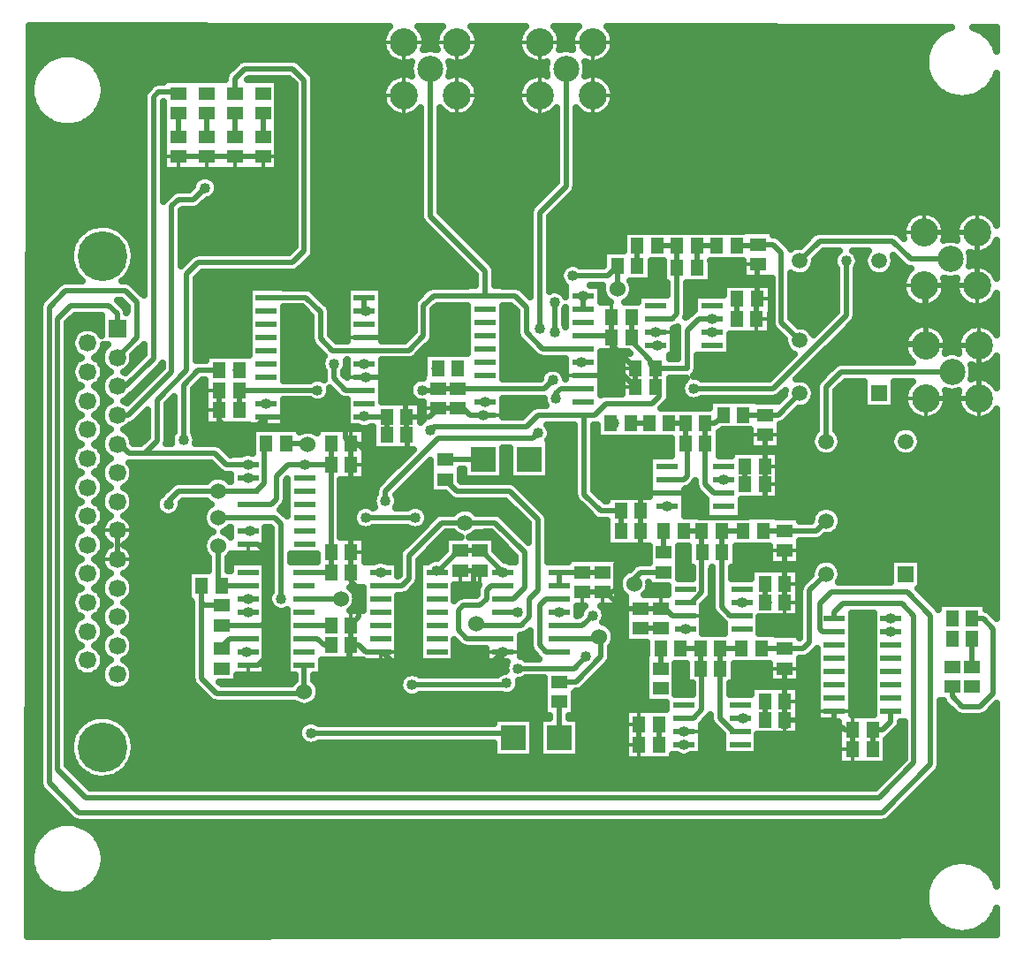
<source format=gbr>
G04 DipTrace 3.3.1.3*
G04 Top.gbr*
%MOIN*%
G04 #@! TF.FileFunction,Copper,L1,Top*
G04 #@! TF.Part,Single*
G04 #@! TA.AperFunction,Conductor*
%ADD12C,0.02*%
G04 #@! TA.AperFunction,CopperBalancing*
%ADD13C,0.025*%
%ADD14C,0.013*%
%ADD15R,0.059055X0.051181*%
%ADD16R,0.051181X0.059055*%
%ADD18R,0.094488X0.094488*%
G04 #@! TA.AperFunction,ComponentPad*
%ADD19C,0.106299*%
%ADD20C,0.098425*%
%ADD21R,0.066535X0.066535*%
%ADD22C,0.066535*%
%ADD23C,0.187402*%
%ADD24R,0.059055X0.059055*%
%ADD25C,0.059055*%
%ADD26C,0.06*%
%ADD27R,0.07874X0.023622*%
G04 #@! TA.AperFunction,ViaPad*
%ADD28C,0.04*%
%FSLAX26Y26*%
G04*
G70*
G90*
G75*
G01*
G04 Top*
%LPD*%
X3226512Y2151258D2*
D12*
Y2220008D1*
Y2338758D1*
X2757763Y2051258D2*
Y1976258D1*
X2738964Y2520008D2*
Y2588758D1*
X2649003Y2707508D2*
Y2678718D1*
X2738964Y2588758D1*
X1663962Y2226258D2*
Y1895008D1*
Y1820008D1*
Y2307507D2*
Y2226258D1*
Y2307507D2*
X1688964D1*
X1726462Y2270008D1*
X1857713D1*
X1876462Y2288758D1*
Y2336296D1*
X1874002Y2338756D1*
Y2407508D2*
Y2338756D1*
Y2407508D2*
X1961503D1*
X1992752Y2438758D1*
X1715292Y2557507D2*
X1832714D1*
X1870213Y2520008D1*
Y2411297D1*
X1874002Y2407508D1*
X1663962Y1620007D2*
Y1545008D1*
X1695212D1*
X1720213Y1520007D1*
X1776462D1*
X1663962Y1820008D2*
Y1788758D1*
X1695213Y1757507D1*
Y1651258D1*
X1663962Y1620007D1*
X1176462Y1620008D2*
X1276414Y1620007D1*
X782714Y1869151D2*
Y1977852D1*
X1276414Y1620007D2*
X1326462D1*
X1351462Y1645007D1*
Y1888758D1*
X1313964Y1926256D1*
X1276462D1*
X1276414Y1470007D2*
X1313962D1*
X1351462Y1507507D1*
Y1645007D1*
X2076462Y1826258D2*
X2151462D1*
X2126462D1*
Y1738758D1*
X2238962Y1520007D2*
D3*
X2538962Y1745008D2*
X2613962D1*
X2538962D2*
D3*
X1776462Y1520007D2*
X1782714D1*
X1832713Y1470008D1*
X2188964D1*
X2238962Y1520007D1*
X1167752Y2432508D2*
Y2480048D1*
X1176462Y2488758D1*
Y2498798D1*
X1167752Y2507508D1*
X2757763Y2051258D2*
Y2101308D1*
X2776464Y2120008D1*
X2857713D1*
X2757713Y1682507D2*
X2832713D1*
X2851464D1*
X2876462Y1657508D1*
X2926464D1*
X2613962Y1745008D2*
X2626462D1*
X2688964Y1682507D1*
X2757713D1*
X3301512Y1707508D2*
Y1776258D1*
Y1901258D1*
X3195263Y2776258D2*
Y2849525D1*
X3196995Y2851258D1*
Y2977991D1*
X3201512Y2982508D1*
X2540292Y2563758D2*
X2695214D1*
X2738964Y2520008D1*
X2540292Y2713758D2*
X2642754D1*
X2649003Y2707508D1*
X2751512Y1170008D2*
Y1245008D1*
X3301512Y1457508D2*
Y1332508D1*
Y1263758D1*
X3557713Y1151258D2*
Y1226258D1*
X3526464D1*
X3488964Y1263758D1*
Y1268697D1*
Y1295007D1*
X3301512Y1263758D2*
X3484024D1*
X3488964Y1268697D1*
X2649003Y2707508D2*
Y2782508D1*
X1176462Y1620008D2*
D3*
X3301512Y1457508D2*
D3*
X3301462Y1707508D2*
X3301512D1*
X4032713Y2676258D2*
Y2476258D1*
X3832713D1*
X4032713Y2676258D2*
X3832713D1*
Y2895008D1*
X3826464Y2901258D1*
X4026464D1*
Y3101258D1*
X3826464D1*
X3226512Y2151258D2*
D3*
X3301464Y1901258D2*
X3301512D1*
X2613962Y1745008D2*
X2651465D1*
X2663964Y1757507D1*
Y1851258D1*
X2713964Y1901258D1*
X2738962D1*
X2757713Y1920008D1*
Y1976208D1*
X2757763Y1976258D1*
X2751512Y1245008D2*
D3*
X2920213Y1220008D2*
D3*
X3301512Y1263758D2*
Y1245008D1*
X2857713Y2120008D2*
X2920213D1*
X2957713Y2082508D1*
Y2045007D1*
X2976462Y2026258D1*
X3163962D1*
X3226462Y2088758D1*
Y2151208D1*
X2738964Y2588758D2*
X2738962D1*
X2813964Y2726258D2*
D3*
X2649003Y2782508D2*
D3*
X2163964Y2413758D2*
X2170213D1*
X2067752Y2438758D2*
X2088964D1*
X2113964Y2413758D1*
X2170213D1*
X1992752Y2438758D2*
X2067752D1*
X1715292Y2707507D2*
X1807712D1*
X1720213Y2557507D2*
X1715292D1*
X3201512Y2982508D2*
D3*
X3226512Y2338758D2*
D3*
X3507713Y2682507D2*
X3826464D1*
X3832713Y2676258D1*
X1351462Y1507507D2*
Y1413758D1*
X1395213Y1282507D2*
X1607713D1*
X1657713Y1332507D1*
Y1538759D1*
X1663962Y1545008D1*
X1167752Y2432508D2*
Y2391218D1*
X1182713Y2376258D1*
X1313964D1*
X1345213Y2407507D1*
X1613964D1*
X1645213Y2376258D1*
Y2326256D1*
X1663962Y2307507D1*
X1013963Y3388758D2*
X1120213D1*
X1226463D1*
X1332516D1*
X1332713Y3388955D1*
X2682960Y2051258D2*
Y1976258D1*
Y2051258D2*
X2607713D1*
X2545213Y2113758D1*
Y2408836D1*
X2540292Y2413758D1*
X2813767Y2588758D2*
Y2520008D1*
X2540292Y2413758D2*
X2582712D1*
X2626462Y2457508D1*
X2801464D1*
X2826462Y2482507D1*
Y2507313D1*
X2813767Y2520008D1*
X2723806Y2782508D2*
Y2707508D1*
X2813767Y2588758D2*
X2932713D1*
Y2732507D1*
X2976464Y2776258D1*
X3026562D1*
X1799199Y2338756D2*
Y2407508D1*
X1715292Y2407507D2*
X1799197D1*
X1799199Y2407508D1*
X1715292Y2407507D2*
Y2408836D1*
X2757713Y1607704D2*
X2832713D1*
X2826315Y1245008D2*
Y1170008D1*
X3632516Y1226258D2*
Y1151258D1*
Y1226258D2*
X3670212D1*
X3701462Y1257508D1*
Y1294907D1*
X3701562Y1295007D1*
X3139062Y1707508D2*
D3*
X2832713Y1613758D2*
Y1607704D1*
X2826464Y1245008D2*
X2826315D1*
X3145213Y1270008D2*
X3139012Y1276209D1*
X3132812Y1270008D1*
X3026562Y2776258D2*
D3*
X3632713Y1226258D2*
X3632516D1*
X2688964Y1976258D2*
X2682960D1*
X3070213Y2170008D2*
X3070312D1*
X2540292Y2413758D2*
X2370212D1*
X2326462Y2370008D1*
X1976465D1*
X1963964Y2357507D1*
X2723806Y2707508D2*
Y2691415D1*
X2795213Y2620008D1*
Y2607312D1*
X2813767Y2588758D1*
X782714Y2412655D2*
X825361D1*
X988963Y2576258D1*
Y3201258D1*
X1013963Y3226258D1*
X1070213D1*
X1113963Y3270008D1*
Y3626258D2*
X1120016D1*
X1120213Y3626061D1*
X3932713Y1463561D2*
Y1463758D1*
X4007713Y1388758D2*
Y1388955D1*
X1163962Y2026258D2*
X1276462Y2026256D1*
X1376464D1*
X1401462Y2001258D1*
Y1720007D1*
X1276464D2*
X1276414D1*
X1589159Y1620007D2*
X1489012D1*
Y1570007D2*
X1538964D1*
X1563962Y1545008D1*
X1589159D1*
X1176462Y1457507D2*
D3*
X1270213Y1520007D2*
X1276414D1*
X1176462Y1532310D2*
Y1538756D1*
X1207713Y1570007D1*
X1276414D1*
X1163962Y2126256D2*
X1276462D1*
X1307713D1*
X1338964Y2157507D1*
Y2301062D1*
X1345409Y2307507D1*
X1276414Y1670007D2*
D3*
X976462Y2076258D2*
Y2088756D1*
X1013962Y2126256D1*
X1163962D1*
X1276462Y2176256D2*
D3*
X1282713Y1976256D2*
X1276462D1*
X2238962Y1570007D2*
X2101464D1*
X2070213Y1601258D1*
Y1676258D1*
X2088963Y1695008D1*
X2151463D1*
X2176463Y1720008D1*
Y1751258D1*
X2195212Y1770007D1*
X2238962D1*
X2451561Y1520007D2*
X2401462D1*
X2376462Y1545007D1*
Y1695007D1*
X2401462Y1720007D1*
X2451561D1*
Y1570007D2*
X2595212D1*
X2601462Y1576258D1*
X2451462Y1407507D2*
X2513962D1*
X2607713Y1501258D1*
Y1570007D1*
X2601462Y1576258D1*
X2238962Y1620007D2*
X2145214D1*
X2138964Y1626258D1*
X2238962Y1620007D2*
X2307713D1*
X2338964Y1651258D1*
Y1720008D1*
X2370213Y1751258D1*
Y2020008D1*
X2263964Y2126258D1*
X2063964D1*
X2020213Y2170008D1*
X1589159Y1895008D2*
Y1820008D1*
X1489012Y1820007D2*
X1589159Y1820008D1*
X1489061Y2226256D2*
X1589158D1*
X1589159Y2226258D1*
Y2307507D1*
Y2226258D2*
Y1895008D1*
X782714Y2303955D2*
Y2313757D1*
X826462Y2270008D1*
X886953D1*
X1151462D1*
X1195213Y2226258D1*
X1276461D1*
X1276462Y2226256D1*
Y2076256D2*
X1363961D1*
X1382713Y2095008D1*
Y2182507D1*
X1426464Y2226258D1*
X1489060D1*
X1489061Y2226256D1*
X2613962Y1819812D2*
X2538962D1*
X2451756D1*
X2451561Y1820007D1*
Y1770007D1*
X2076462Y1901061D2*
X2151462D1*
X2076462D2*
X2070115D1*
X1989061Y1820007D1*
X2451561Y1620007D2*
X2538961D1*
X2576462Y1657508D1*
X2613962Y1820007D2*
Y1819812D1*
X2238962Y1820007D2*
D3*
X2151462Y1901061D2*
X2157909D1*
X2238962Y1820007D1*
X1720213Y2026258D2*
X1907713D1*
X1988964Y1826258D2*
Y1820104D1*
X1989061Y1820007D1*
X2238962Y1670007D2*
X2295212D1*
Y1457508D2*
X2507714D1*
X2551463Y1501258D1*
X1226463Y3626061D2*
Y3682508D1*
X1263963Y3720008D1*
X1445213D1*
X1488963Y3676258D1*
Y3032508D1*
X1445213Y2988758D1*
X1088963D1*
X1045213Y2945008D1*
Y2582508D1*
X932713Y2470008D1*
Y2315769D1*
X886953Y2270008D1*
X1489012Y1720007D2*
X1626461D1*
X1626462Y1720008D1*
X1795213Y2088758D2*
Y2126258D1*
X1995213Y2326258D1*
X2351464D1*
X2370213Y2345007D1*
X2376464Y2738758D2*
Y3176258D1*
X2476462Y3276256D1*
Y3720007D1*
X1776462Y1770007D2*
X1857712D1*
X1882713Y1795008D1*
Y1882507D1*
X2007713Y2007507D1*
X2095213D1*
X2238962Y1720007D2*
X2276462D1*
X2320213Y1763758D1*
Y1895007D1*
X2207713Y2007507D1*
X2095213D1*
X1163962Y1920008D2*
Y1782508D1*
X1176464Y1770007D1*
X1276414D1*
X1489012Y1470007D2*
Y1370057D1*
X1488962Y1370007D1*
X1101661Y1770007D2*
Y1707310D1*
X1113962Y1695008D1*
X1176266D1*
X1176462Y1694812D1*
X1101661Y1707310D2*
Y1419810D1*
X1157713Y1363758D1*
X1482713D1*
X1488962Y1370007D1*
X1420212Y2307507D2*
X1495213D1*
X1501462Y2301258D1*
X1776462Y1820007D2*
D3*
X1895213Y1395008D2*
X2245213D1*
X2251462Y1401258D1*
X2451462Y1670007D2*
X2451561D1*
X2278235Y1195007D2*
D3*
X2338964Y2232507D2*
Y2243235D1*
X2337191Y2245008D1*
X1513964Y1213758D2*
X2259485D1*
X2278235Y1195007D1*
X1332713Y3626061D2*
D3*
X2451464Y1195007D2*
Y1332703D1*
X2451462Y1332704D1*
X1167752Y2582507D2*
X1088962D1*
X1032713Y2526258D1*
Y2320007D1*
X2457713Y1188758D2*
X2451464Y1195007D1*
X1715292Y2607507D2*
D3*
X1720213Y2807507D2*
X1715292D1*
Y2857507D2*
Y2807507D1*
X3151709Y2151258D2*
Y2220008D1*
X1242556Y2507508D2*
Y2432508D1*
Y2507508D2*
X1345213Y2507507D1*
X1992752Y2513561D2*
X2067752D1*
X2170016D1*
X2170213Y2513758D1*
X3226709Y1776258D2*
Y1707508D1*
X3122192Y2851258D2*
Y2777990D1*
X3120460Y2776258D1*
X3226709Y1263758D2*
Y1332508D1*
X1242556Y2507508D2*
D3*
X1345213Y2507507D2*
X1538962D1*
X1932713D2*
X1986699D1*
X1992752Y2513561D1*
X3226709Y1332508D2*
D3*
X3232714Y1707508D2*
X3226709D1*
X2926464Y1607508D2*
D3*
X3120460Y2776258D2*
D3*
X2820213Y2676258D2*
X2813964D1*
X3151462Y2220008D2*
X3151709D1*
X2857713Y2070008D2*
D3*
X3151709Y2151258D2*
D3*
X2920213Y1170008D2*
D3*
X3226462Y1257507D2*
Y1263511D1*
X3226709Y1263758D1*
X2170213Y2513758D2*
X2395212D1*
X2426462Y2545008D1*
X782714Y2521356D2*
X815312D1*
X920213Y2626258D1*
Y3613758D1*
X938963Y3632508D1*
X1007516D1*
X1013963Y3626061D1*
X2020213Y2244812D2*
X2163766D1*
X2163962Y2245008D1*
X2020213Y2244812D2*
D3*
X1988964Y2588758D2*
X1992752D1*
X1345213Y2857507D2*
X1495213D1*
X1551462Y2801258D1*
Y2701258D1*
X1595213Y2657507D1*
X1715292D1*
X1882713D1*
X1938964Y2713758D1*
Y2826258D1*
X1976464Y2863758D1*
X2170213D1*
X2282712D1*
X2326462Y2820007D1*
Y2726259D1*
X2388964Y2663758D1*
X2540292D1*
X2170213Y2863758D2*
Y2957507D1*
X1963962Y3163758D1*
Y3720007D1*
X2067556Y2588758D2*
D3*
X2170213Y2463758D2*
D3*
X4007713Y1645008D2*
X4051463D1*
X4088963Y1607508D1*
Y1363758D1*
X4038963Y1313758D1*
X3970213D1*
X3932713Y1351258D1*
Y1388758D1*
X1345213Y2457507D2*
D3*
X1238964Y2582507D2*
X1242556D1*
X1226463Y3463561D2*
Y3551258D1*
X1332713Y3463758D2*
Y3551258D1*
X4007713Y1570008D2*
Y1463758D1*
X2540292Y2863758D2*
Y2813758D1*
Y2863758D2*
D3*
X2432713Y2838758D2*
Y2726258D1*
X2532713Y2613758D2*
X2540292D1*
X2670263Y2976258D2*
Y2888758D1*
X1715292Y2507507D2*
X1645213D1*
X1601462Y2551258D1*
Y2607507D1*
X2501462Y2938758D2*
X2632763D1*
X2670263Y2976258D1*
X3532713Y2995008D2*
Y2788758D1*
X3257713Y2513758D1*
X2957713D1*
X2657713Y2382507D2*
X2645262D1*
X2895460Y2970008D2*
Y3051159D1*
X2895361Y3051258D1*
X2820066D1*
X2813964Y2776258D2*
X2876462D1*
X2895213Y2795008D1*
Y2969762D1*
X2895460Y2970008D1*
X2970263D2*
Y3051159D1*
X2970165Y3051258D1*
X3045263D1*
X3026562Y2726258D2*
D3*
X2970213Y2963758D2*
Y2969959D1*
X2970263Y2970008D1*
X3120066Y3051258D2*
X3195459D1*
X3201512Y3057312D1*
X3257910D1*
X3288964Y3026258D1*
Y2763758D1*
X3357713Y2695008D1*
X2745066Y2976258D2*
Y3051061D1*
X2745263Y3051258D1*
X2789014Y2382507D2*
X2720065D1*
X2926709Y2307507D2*
Y2382310D1*
X2926512Y2382507D1*
X2863817D1*
X2857713Y2170008D2*
X2920213D1*
X2932713Y2182508D1*
Y2301503D1*
X2926709Y2307507D1*
X3001512D2*
Y2382310D1*
X3001315Y2382507D1*
X3039012D1*
X3070263Y2413758D1*
X3001512Y2307507D2*
Y2151209D1*
X3032713Y2120008D1*
X3070312D1*
X3145066Y2413758D2*
X3226315D1*
X3226512Y2413561D1*
X3276266D1*
X3357713Y2495008D1*
X3457713Y2313758D2*
Y2520007D1*
X3513964Y2576258D1*
X3932713D1*
X2732713Y1776258D2*
Y1795007D1*
X2757714Y1820008D1*
X2845212D1*
X2832763Y1382508D2*
D3*
X2438964Y2476258D2*
Y2495008D1*
X2457713Y2513758D1*
X2540292D1*
X3926464Y3001258D2*
X3776464D1*
X3707713Y3070008D1*
X3432713D1*
X3357713Y2995008D1*
X2920065Y1976258D2*
X2989012D1*
Y1895107D1*
X2989111Y1895008D1*
X2926464Y1707508D2*
X2951464D1*
X2988964Y1745008D1*
Y1894861D1*
X3063914Y1895008D2*
Y1976159D1*
X3063815Y1976258D1*
X3145262D1*
X3139062Y1657508D2*
X3095213D1*
X3063964Y1688758D1*
Y1894959D1*
X3063914Y1895008D1*
X3220065Y1976258D2*
X3301315D1*
X3301512Y1976061D1*
X3420016D1*
X3457713Y2013758D1*
X2845262Y1976258D2*
Y1894861D1*
X2845212Y1894812D1*
X2832763Y1532508D2*
Y1457312D1*
X2907566Y1532508D2*
X2982763D1*
Y1457705D1*
X2982960Y1457508D1*
X2920213Y1270008D2*
X2957714D1*
X2988964Y1301258D1*
Y1451504D1*
X2982960Y1457508D1*
X3057566Y1532508D2*
Y1457705D1*
X3057763Y1457508D1*
X3057566Y1532508D2*
X3139012D1*
X3132812Y1220008D2*
X3107713D1*
X3057713Y1270008D1*
Y1457459D1*
X3213815Y1532508D2*
X3301315D1*
X3301512Y1532312D1*
X3370016D1*
X3395213Y1557508D1*
Y1751258D1*
X3457713Y1813758D1*
X3701562Y1595007D2*
D3*
X3932713Y1563758D2*
Y1569811D1*
X3932910Y1570008D1*
X3701562Y1645007D2*
D3*
X3932712Y1645008D2*
X3932910D1*
X3488964Y1645007D2*
Y1670008D1*
X3520213Y1701258D1*
X3745213D1*
X3788962Y1657508D1*
Y1101258D1*
X3657713Y970008D1*
X663962D1*
X557713Y1076258D1*
Y2776258D1*
X607713Y2826258D1*
X751464D1*
X782713Y2795008D1*
Y2738758D1*
X782714D1*
X3488964Y1595007D2*
X3445214D1*
X3432713Y1607508D1*
Y1701259D1*
X3476462Y1745008D1*
X3763961D1*
X3851462Y1657507D1*
Y1095007D1*
X3670213Y913758D1*
X638962D1*
X526462Y1026258D1*
Y2820006D1*
X588964Y2882507D1*
X813964D1*
X857713Y2838758D1*
Y2705056D1*
X782714Y2630057D1*
X1013963Y3463561D2*
Y3551258D1*
X1120213Y3463561D2*
Y3551258D1*
D28*
X2126462Y1738758D3*
X2238962Y1520007D3*
X2538962Y1745008D3*
X1176462Y1620008D3*
X3301512Y1457508D3*
X3301462Y1707508D3*
X3226512Y2151258D3*
X3301464Y1901258D3*
X2751512Y1245008D3*
X2920213Y1220008D3*
X3301512Y1245008D3*
X2738962Y2588758D3*
X2813964Y2726258D3*
X2649003Y2782508D3*
X2163964Y2413758D3*
X1807712Y2707507D3*
X1720213Y2557507D3*
X3201512Y2982508D3*
X3226512Y2338758D3*
X3507713Y2682507D3*
X1351462Y1413758D3*
X1395213Y1282507D3*
X1332713Y3388955D3*
X1715292Y2408836D3*
X3139062Y1707508D3*
X2832713Y1613758D3*
X2826464Y1245008D3*
X3145213Y1270008D3*
X3026562Y2776258D3*
X3632713Y1226258D3*
X2688964Y1976258D3*
X3070213Y2170008D3*
X1963964Y2357507D3*
X1715292Y2408836D3*
X1113963Y3270008D3*
Y3626258D3*
X3932713Y1463758D3*
X4007713Y1388758D3*
X3932713Y1463758D3*
X1401462Y1720007D3*
X1276464D3*
X1176462Y1457507D3*
X1270213Y1520007D3*
X1276414Y1670007D3*
X976462Y2076258D3*
X1276462Y2176256D3*
X1282713Y1976256D3*
X2576462Y1657508D3*
X2613962Y1820007D3*
X2238962D3*
X1589159Y1895008D3*
X1720213Y2026258D3*
X1907713D3*
X1988964Y1826258D3*
X1489061Y2226256D3*
X1276462Y2226259D3*
X2295212Y1670007D3*
Y1457508D3*
X2551463Y1501258D3*
X2576462Y1657508D3*
X1795213Y2088758D3*
X2370213Y2345007D3*
X2376464Y2738758D3*
X1776462Y1820007D3*
X1895213Y1395008D3*
X2251462Y1401258D3*
X2451462Y1670007D3*
X1776462Y1820007D3*
X2278235Y1195007D3*
X2338964Y2232507D3*
X1513964Y1213758D3*
X1332713Y3626061D3*
X1032713Y2320007D3*
X2457713Y1188758D3*
X1715292Y2607507D3*
X1720213Y2807507D3*
X1242556Y2507508D3*
X1538962Y2507507D3*
X1932713D3*
X3226709Y1332508D3*
X3232714Y1707508D3*
X2926464Y1607508D3*
X3120460Y2776258D3*
X2820213Y2676258D3*
X3151462Y2220008D3*
X2857713Y2070008D3*
X3151709Y2151258D3*
X2920213Y1170008D3*
X3226462Y1257507D3*
X2426462Y2545008D3*
X2020213Y2244812D3*
X1988964Y2588758D3*
X2067556D3*
X2170213Y2463758D3*
X1345213Y2457507D3*
X1238964Y2582507D3*
X2540292Y2863758D3*
X2432713Y2838758D3*
Y2726258D3*
X2532713Y2613758D3*
X1601462Y2607507D3*
X2501462Y2938758D3*
X2670263Y2976258D3*
X3532713Y2995008D3*
X2957713Y2513758D3*
X2657713Y2382507D3*
X3026562Y2726258D3*
X2970213Y2963758D3*
X2832763Y1382508D3*
X2438964Y2476258D3*
X3701562Y1595007D3*
X3932713Y1563758D3*
X3701562Y1595007D3*
Y1645007D3*
X3932712Y1645008D3*
X3701562Y1645007D3*
X453903Y3857638D2*
D13*
X1791259D1*
X1936674D2*
X1991277D1*
X2136656D2*
X2303757D1*
X2449172D2*
X2503775D1*
X2649154D2*
X3888618D1*
X4051831D2*
X4098971D1*
X453867Y3832769D2*
X1782826D1*
X1945071D2*
X1982844D1*
X2145089D2*
X2295324D1*
X2457568D2*
X2495342D1*
X2657587D2*
X3861705D1*
X4078744D2*
X4098971D1*
X453795Y3807900D2*
X1782754D1*
X1945178D2*
X1982737D1*
X2145197D2*
X2295252D1*
X2457676D2*
X2495235D1*
X2657695D2*
X3845305D1*
X453760Y3783031D2*
X1790900D1*
X2137015D2*
X2303398D1*
X2649513D2*
X3835437D1*
X453724Y3758163D2*
X524260D1*
X666158D2*
X1811282D1*
X2116669D2*
X2323780D1*
X2629167D2*
X3830701D1*
X453688Y3733294D2*
X492682D1*
X697736D2*
X1223140D1*
X1486040D2*
X1886926D1*
X2040989D2*
X2399424D1*
X2553487D2*
X3830593D1*
X453616Y3708425D2*
X474022D1*
X716396D2*
X1198273D1*
X1510908D2*
X1886639D1*
X2041276D2*
X2399137D1*
X2553774D2*
X3835043D1*
X453580Y3683556D2*
X462575D1*
X727843D2*
X1187471D1*
X1527235D2*
X1813435D1*
X2114480D2*
X2325933D1*
X2626978D2*
X3844552D1*
X733907Y3658688D2*
X911020D1*
X1391234D2*
X1449964D1*
X1527953D2*
X1791833D1*
X2136082D2*
X2304331D1*
X2648580D2*
X3860520D1*
X4079893D2*
X4098971D1*
X735271Y3633819D2*
X887228D1*
X1391234D2*
X1449964D1*
X1527953D2*
X1783005D1*
X2144910D2*
X2295503D1*
X2657407D2*
X3886608D1*
X4053841D2*
X4098971D1*
X732077Y3608950D2*
X881200D1*
X1391234D2*
X1449964D1*
X1527953D2*
X1782575D1*
X2145340D2*
X2295073D1*
X2657838D2*
X3946965D1*
X3993448D2*
X4098971D1*
X453401Y3584081D2*
X466415D1*
X724003D2*
X881200D1*
X1391234D2*
X1449964D1*
X1527953D2*
X1790362D1*
X2137553D2*
X2302860D1*
X2650051D2*
X4098971D1*
X453365Y3559212D2*
X480409D1*
X710044D2*
X881200D1*
X1391234D2*
X1449964D1*
X1527953D2*
X1809990D1*
X2117925D2*
X2322488D1*
X2630423D2*
X4098971D1*
X453329Y3534344D2*
X503052D1*
X687366D2*
X881200D1*
X1391234D2*
X1449964D1*
X1527953D2*
X1924963D1*
X2002952D2*
X2437461D1*
X2515450D2*
X4098971D1*
X453257Y3509475D2*
X545503D1*
X644915D2*
X881200D1*
X1391234D2*
X1449964D1*
X1527953D2*
X1924963D1*
X2002952D2*
X2437461D1*
X2515450D2*
X4098971D1*
X453221Y3484606D2*
X881200D1*
X1391234D2*
X1449964D1*
X1527953D2*
X1924963D1*
X2002952D2*
X2437461D1*
X2515450D2*
X4098971D1*
X453185Y3459737D2*
X881200D1*
X1391234D2*
X1449964D1*
X1527953D2*
X1924963D1*
X2002952D2*
X2437461D1*
X2515450D2*
X4098971D1*
X453150Y3434869D2*
X881200D1*
X1391234D2*
X1449964D1*
X1527953D2*
X1924963D1*
X2002952D2*
X2437461D1*
X2515450D2*
X4098971D1*
X453078Y3410000D2*
X881200D1*
X1391234D2*
X1449964D1*
X1527953D2*
X1924963D1*
X2002952D2*
X2437461D1*
X2515450D2*
X4098971D1*
X453042Y3385131D2*
X881200D1*
X1391234D2*
X1449964D1*
X1527953D2*
X1924963D1*
X2002952D2*
X2437461D1*
X2515450D2*
X4098971D1*
X453006Y3360262D2*
X881200D1*
X1391234D2*
X1449964D1*
X1527953D2*
X1924963D1*
X2002952D2*
X2437461D1*
X2515450D2*
X4098971D1*
X452970Y3335394D2*
X881200D1*
X959224D2*
X1449964D1*
X1527953D2*
X1924963D1*
X2002952D2*
X2437461D1*
X2515450D2*
X4098971D1*
X452898Y3310525D2*
X881200D1*
X959224D2*
X1088646D1*
X1139291D2*
X1449964D1*
X1527953D2*
X1924963D1*
X2002952D2*
X2437461D1*
X2515450D2*
X4098971D1*
X452863Y3285656D2*
X881200D1*
X959224D2*
X1067690D1*
X1160247D2*
X1449964D1*
X1527953D2*
X1924963D1*
X2002952D2*
X2431756D1*
X2515450D2*
X4098971D1*
X452827Y3260787D2*
X881200D1*
X959224D2*
X999618D1*
X1162042D2*
X1449964D1*
X1527953D2*
X1924963D1*
X2002952D2*
X2406888D1*
X2512005D2*
X4098971D1*
X452791Y3235919D2*
X881200D1*
X959224D2*
X969511D1*
X1148083D2*
X1449964D1*
X1527953D2*
X1924963D1*
X2002952D2*
X2382020D1*
X2490259D2*
X4098971D1*
X452719Y3211050D2*
X881200D1*
X1109113D2*
X1449964D1*
X1527953D2*
X1924963D1*
X2002952D2*
X2357152D1*
X2465391D2*
X4098971D1*
X452683Y3186181D2*
X881200D1*
X1028014D2*
X1449964D1*
X1527953D2*
X1924963D1*
X2002952D2*
X2338851D1*
X2440523D2*
X4098971D1*
X452647Y3161312D2*
X881200D1*
X1027978D2*
X1449964D1*
X1527953D2*
X1925035D1*
X2020535D2*
X2337452D1*
X2415620D2*
X3771635D1*
X3881274D2*
X3971654D1*
X4081292D2*
X4098971D1*
X452611Y3136443D2*
X881200D1*
X1027978D2*
X1449964D1*
X1527953D2*
X1937164D1*
X2045403D2*
X2337452D1*
X2415476D2*
X3752509D1*
X3900436D2*
X3952492D1*
X452540Y3111575D2*
X655847D1*
X797781D2*
X881200D1*
X1027978D2*
X1449964D1*
X1527953D2*
X1962032D1*
X2070270D2*
X2337452D1*
X2415476D2*
X3744973D1*
X3907936D2*
X3944992D1*
X452504Y3086706D2*
X629544D1*
X824084D2*
X881200D1*
X1027978D2*
X1449964D1*
X1527953D2*
X1986899D1*
X2095138D2*
X2337452D1*
X2415476D2*
X2690660D1*
X3282044D2*
X3395282D1*
X3907290D2*
X3945638D1*
X452468Y3061837D2*
X614580D1*
X839048D2*
X881200D1*
X1027978D2*
X1449964D1*
X1527953D2*
X2011767D1*
X2120006D2*
X2337452D1*
X2415476D2*
X2690660D1*
X3307485D2*
X3370414D1*
X452432Y3036968D2*
X606578D1*
X847050D2*
X881200D1*
X1027978D2*
X1439307D1*
X1527953D2*
X2036635D1*
X2144874D2*
X2337452D1*
X2415476D2*
X2690660D1*
X4075981D2*
X4098971D1*
X452360Y3012100D2*
X604102D1*
X849490D2*
X881200D1*
X1027978D2*
X1058181D1*
X1521709D2*
X2061503D1*
X2169741D2*
X2337452D1*
X2415476D2*
X2615662D1*
X3428917D2*
X3486966D1*
X3578447D2*
X3601867D1*
X4003890D2*
X4098971D1*
X452324Y2987231D2*
X606865D1*
X846763D2*
X881200D1*
X1497810D2*
X2086370D1*
X2194609D2*
X2337452D1*
X2415476D2*
X2615662D1*
X2799652D2*
X2840871D1*
X3024862D2*
X3142980D1*
X3415712D2*
X3484382D1*
X3581066D2*
X3599714D1*
X3715704D2*
X3736361D1*
X4003352D2*
X4098971D1*
X452288Y2962362D2*
X615190D1*
X838438D2*
X881200D1*
X1472906D2*
X2111238D1*
X2208891D2*
X2337452D1*
X2415476D2*
X2458884D1*
X2799652D2*
X2840871D1*
X3024862D2*
X3142980D1*
X3405736D2*
X3493712D1*
X3571701D2*
X3609690D1*
X3705764D2*
X3772855D1*
X4080072D2*
X4098971D1*
X452217Y2937493D2*
X630585D1*
X823008D2*
X881200D1*
X1091816D2*
X2131226D1*
X2209214D2*
X2337452D1*
X2415476D2*
X2452497D1*
X2799652D2*
X2840871D1*
X3024862D2*
X3142980D1*
X3327975D2*
X3493712D1*
X3571701D2*
X3753047D1*
X452181Y2912625D2*
X565850D1*
X837074D2*
X881200D1*
X1084209D2*
X2131226D1*
X2209214D2*
X2337452D1*
X2415476D2*
X2460499D1*
X2723973D2*
X2856230D1*
X2934218D2*
X3249951D1*
X3327975D2*
X3493712D1*
X3571701D2*
X3745117D1*
X3907792D2*
X3945135D1*
X452145Y2887756D2*
X540085D1*
X862839D2*
X881200D1*
X1084209D2*
X1276859D1*
X1518156D2*
X1646933D1*
X1783663D2*
X1946350D1*
X2312848D2*
X2337452D1*
X2415476D2*
X2471910D1*
X2729248D2*
X2856230D1*
X2934218D2*
X3067588D1*
X3327975D2*
X3493712D1*
X3571701D2*
X3745476D1*
X3907469D2*
X3945458D1*
X452109Y2862887D2*
X515217D1*
X1084209D2*
X1276859D1*
X1543957D2*
X1646933D1*
X1783663D2*
X1921483D1*
X2608677D2*
X2617505D1*
X2723004D2*
X2745599D1*
X2934218D2*
X2958177D1*
X3327975D2*
X3493712D1*
X3571701D2*
X3754160D1*
X3898749D2*
X3954178D1*
X452037Y2838018D2*
X492215D1*
X793834D2*
X804336D1*
X1084209D2*
X1276859D1*
X1568825D2*
X1646933D1*
X1783663D2*
X1901926D1*
X2934218D2*
X2958177D1*
X3327975D2*
X3493712D1*
X3571701D2*
X3775547D1*
X3877398D2*
X3975529D1*
X4077381D2*
X4098971D1*
X452001Y2813149D2*
X487479D1*
X1084209D2*
X1276859D1*
X1413590D2*
X1485454D1*
X1588453D2*
X1646933D1*
X1783663D2*
X1899952D1*
X1979986D2*
X2101836D1*
X2238567D2*
X2279212D1*
X2934218D2*
X2958177D1*
X3327975D2*
X3493712D1*
X3571701D2*
X4098971D1*
X451965Y2788281D2*
X487479D1*
X623851D2*
X720439D1*
X1084209D2*
X1276859D1*
X1413590D2*
X1510321D1*
X1590463D2*
X1646933D1*
X1783663D2*
X1899952D1*
X1977976D2*
X2101836D1*
X2238567D2*
X2287465D1*
X3327975D2*
X3478103D1*
X3571701D2*
X4098971D1*
X451930Y2763412D2*
X487479D1*
X598983D2*
X720439D1*
X1084209D2*
X1276859D1*
X1413590D2*
X1512475D1*
X1590463D2*
X1646933D1*
X1783663D2*
X1899952D1*
X1977976D2*
X2101836D1*
X2238567D2*
X2287465D1*
X3343441D2*
X3453235D1*
X3561474D2*
X4098971D1*
X451858Y2738543D2*
X487479D1*
X596722D2*
X643072D1*
X698705D2*
X720439D1*
X1084209D2*
X1276859D1*
X1413590D2*
X1512475D1*
X1590463D2*
X1646933D1*
X1783663D2*
X1899952D1*
X1977976D2*
X2101836D1*
X2238567D2*
X2287465D1*
X2882330D2*
X2894229D1*
X3249855D2*
X3260065D1*
X3395473D2*
X3428367D1*
X3536606D2*
X3780570D1*
X3884862D2*
X3980553D1*
X4084845D2*
X4098971D1*
X451822Y2713674D2*
X487479D1*
X596722D2*
X616303D1*
X1084209D2*
X1276859D1*
X1413590D2*
X1512475D1*
X1593154D2*
X1646933D1*
X1783663D2*
X1884773D1*
X1977976D2*
X2101836D1*
X2238567D2*
X2289690D1*
X2882330D2*
X2893733D1*
X3094943D2*
X3284938D1*
X3511738D2*
X3759901D1*
X3905531D2*
X3959884D1*
X451786Y2688806D2*
X487479D1*
X596722D2*
X608803D1*
X1084209D2*
X1276859D1*
X1413590D2*
X1514663D1*
X1968108D2*
X2101836D1*
X2238567D2*
X2309785D1*
X2882330D2*
X2893733D1*
X3094943D2*
X3299543D1*
X3486870D2*
X3751576D1*
X3913856D2*
X3951559D1*
X451750Y2663937D2*
X487479D1*
X596722D2*
X612248D1*
X870698D2*
X881238D1*
X1084209D2*
X1276859D1*
X1413590D2*
X1534651D1*
X1943276D2*
X2101836D1*
X2238567D2*
X2334653D1*
X2882330D2*
X2893733D1*
X3094943D2*
X3308586D1*
X3462003D2*
X3751540D1*
X3913892D2*
X3951523D1*
X451678Y2639068D2*
X487479D1*
X596722D2*
X629436D1*
X712341D2*
X721121D1*
X845830D2*
X878903D1*
X1084209D2*
X1276859D1*
X1413590D2*
X1559519D1*
X1918409D2*
X1938169D1*
X2238567D2*
X2359521D1*
X2608677D2*
X2684380D1*
X2882330D2*
X2893733D1*
X3094943D2*
X3328896D1*
X3437135D2*
X3759793D1*
X451642Y2614199D2*
X487479D1*
X596722D2*
X622690D1*
X842852D2*
X854068D1*
X1413590D2*
X1552952D1*
X1783663D2*
X1938169D1*
X2238567D2*
X2471910D1*
X2608677D2*
X2684380D1*
X2971717D2*
X3304028D1*
X3412267D2*
X3780283D1*
X4085132D2*
X4098971D1*
X451607Y2589331D2*
X487479D1*
X596722D2*
X610203D1*
X937407D2*
X947932D1*
X1413590D2*
X1556146D1*
X1783663D2*
X1938169D1*
X2238567D2*
X2409902D1*
X2443035D2*
X2471910D1*
X2608677D2*
X2684380D1*
X2971717D2*
X3279161D1*
X3387399D2*
X3472935D1*
X4009775D2*
X4098971D1*
X451571Y2564462D2*
X487479D1*
X596722D2*
X609700D1*
X912539D2*
X923041D1*
X1413590D2*
X1562461D1*
X1783663D2*
X1934221D1*
X2238567D2*
X2381733D1*
X2608677D2*
X2684380D1*
X2962459D2*
X3254293D1*
X3362532D2*
X3448032D1*
X4009990D2*
X4098971D1*
X451499Y2539593D2*
X487479D1*
X596722D2*
X620788D1*
X887671D2*
X898173D1*
X1100177D2*
X1113140D1*
X1783663D2*
X1896543D1*
X2608677D2*
X2684380D1*
X2868371D2*
X2916551D1*
X3394146D2*
X3424420D1*
X3531403D2*
X3599176D1*
X3716242D2*
X3781898D1*
X4083517D2*
X4098971D1*
X451463Y2514724D2*
X487479D1*
X596722D2*
X632415D1*
X709399D2*
X720798D1*
X862803D2*
X873332D1*
X1075310D2*
X1113155D1*
X1783663D2*
X1884271D1*
X2608677D2*
X2684380D1*
X2868371D2*
X2908728D1*
X3506535D2*
X3599176D1*
X3716242D2*
X3760475D1*
X451427Y2489856D2*
X487479D1*
X596722D2*
X613181D1*
X836249D2*
X848438D1*
X1071721D2*
X1113155D1*
X1584470D2*
X1608752D1*
X1783663D2*
X1887177D1*
X2868371D2*
X2915331D1*
X3287929D2*
X3298459D1*
X3496703D2*
X3599176D1*
X3716242D2*
X3751720D1*
X3913677D2*
X3951738D1*
X451391Y2464987D2*
X487479D1*
X596722D2*
X608660D1*
X733154D2*
X751335D1*
X814073D2*
X823570D1*
X981795D2*
X993727D1*
X1071721D2*
X1113155D1*
X1413590D2*
X1517642D1*
X1560284D2*
X1646933D1*
X1783663D2*
X1911399D1*
X2238567D2*
X2391350D1*
X2868371D2*
X3015663D1*
X3407531D2*
X3418735D1*
X3496703D2*
X3599176D1*
X3716242D2*
X3751361D1*
X3914072D2*
X3951379D1*
X451319Y2440118D2*
X487479D1*
X596722D2*
X615011D1*
X971712D2*
X993697D1*
X1071721D2*
X1113155D1*
X1413590D2*
X1646933D1*
X2238567D2*
X2342476D1*
X2838192D2*
X3015663D1*
X3371431D2*
X3418714D1*
X3496703D2*
X3599176D1*
X3716242D2*
X3759219D1*
X3906177D2*
X3959238D1*
X451284Y2415249D2*
X487479D1*
X596722D2*
X638515D1*
X703298D2*
X720511D1*
X882073D2*
X893724D1*
X971712D2*
X993697D1*
X1071721D2*
X1113155D1*
X1413590D2*
X1646933D1*
X2238567D2*
X2317572D1*
X3332066D2*
X3418714D1*
X3496703D2*
X3778992D1*
X3886405D2*
X3979010D1*
X4086423D2*
X4098971D1*
X451248Y2390380D2*
X487479D1*
X596722D2*
X617989D1*
X857206D2*
X893724D1*
X971712D2*
X993697D1*
X1071721D2*
X1113155D1*
X1413590D2*
X1646933D1*
X3307198D2*
X3418714D1*
X3496703D2*
X4098971D1*
X451212Y2365512D2*
X487479D1*
X596722D2*
X609054D1*
X732723D2*
X743489D1*
X821967D2*
X893724D1*
X971712D2*
X993697D1*
X1071721D2*
X1695915D1*
X1734682D2*
X1744613D1*
X2414436D2*
X2506215D1*
X3285058D2*
X3418714D1*
X3496703D2*
X3733742D1*
X3781659D2*
X4098971D1*
X451140Y2340643D2*
X487479D1*
X596722D2*
X611315D1*
X832410D2*
X893724D1*
X971712D2*
X988530D1*
X1076889D2*
X1290818D1*
X1718570D2*
X1744609D1*
X2418993D2*
X2506215D1*
X3056117D2*
X3167991D1*
X3285058D2*
X3406047D1*
X3509370D2*
X3706075D1*
X3809362D2*
X4098971D1*
X451104Y2315774D2*
X487479D1*
X596722D2*
X626386D1*
X843785D2*
X878616D1*
X971712D2*
X983899D1*
X1081518D2*
X1290818D1*
X1718570D2*
X1744609D1*
X2413431D2*
X2506215D1*
X2584204D2*
X2872126D1*
X3056117D2*
X3167991D1*
X3285058D2*
X3399229D1*
X3516188D2*
X3699221D1*
X3816216D2*
X4098971D1*
X451068Y2290905D2*
X487479D1*
X596722D2*
X625202D1*
X1184685D2*
X1290818D1*
X1718570D2*
X1744609D1*
X2413431D2*
X2506215D1*
X2584204D2*
X2872126D1*
X3056117D2*
X3167991D1*
X3285058D2*
X3404074D1*
X3511379D2*
X3704065D1*
X3811371D2*
X4098971D1*
X451032Y2266037D2*
X487479D1*
X596722D2*
X610956D1*
X1209552D2*
X1249874D1*
X1718570D2*
X1880862D1*
X2240218D2*
X2260947D1*
X2413431D2*
X2506215D1*
X2584204D2*
X2872126D1*
X3056117D2*
X3097120D1*
X3281111D2*
X3425855D1*
X3489562D2*
X3725847D1*
X3789554D2*
X4098971D1*
X450961Y2241168D2*
X487479D1*
X596722D2*
X609234D1*
X732580D2*
X741970D1*
X1718570D2*
X1855994D1*
X2240218D2*
X2260947D1*
X2413431D2*
X2506215D1*
X2584204D2*
X2789342D1*
X3281111D2*
X4098971D1*
X450925Y2216299D2*
X487479D1*
X596722D2*
X618779D1*
X841165D2*
X1151049D1*
X1718570D2*
X1831126D1*
X1939365D2*
X1961673D1*
X2240218D2*
X2260947D1*
X2413431D2*
X2506215D1*
X2584204D2*
X2789342D1*
X3281111D2*
X4098971D1*
X450889Y2191430D2*
X487479D1*
X596722D2*
X636506D1*
X705308D2*
X720582D1*
X844861D2*
X1181802D1*
X1718570D2*
X1806258D1*
X1914497D2*
X1961673D1*
X2078739D2*
X2087734D1*
X2240218D2*
X2260947D1*
X2413431D2*
X2506215D1*
X2584204D2*
X2789342D1*
X3281111D2*
X4098971D1*
X450853Y2166562D2*
X487479D1*
X596722D2*
X614437D1*
X837649D2*
X1121875D1*
X1628177D2*
X1781391D1*
X1889629D2*
X1961673D1*
X2078739D2*
X2506215D1*
X2584204D2*
X2789342D1*
X3281111D2*
X4098971D1*
X450781Y2141693D2*
X487479D1*
X596722D2*
X608624D1*
X733154D2*
X753703D1*
X811740D2*
X975288D1*
X1628177D2*
X1759645D1*
X1864762D2*
X1961673D1*
X2302656D2*
X2506215D1*
X2584204D2*
X2789342D1*
X2945737D2*
X2963775D1*
X3281111D2*
X4098971D1*
X450745Y2116824D2*
X487479D1*
X596722D2*
X613683D1*
X836752D2*
X950421D1*
X1628177D2*
X1755626D1*
X1839894D2*
X2019267D1*
X2327524D2*
X2506215D1*
X2596261D2*
X2789342D1*
X2926072D2*
X2981788D1*
X3281111D2*
X4098971D1*
X450709Y2091955D2*
X487479D1*
X596722D2*
X634101D1*
X707712D2*
X720690D1*
X844754D2*
X930182D1*
X1628177D2*
X1746332D1*
X1844092D2*
X2048979D1*
X2352392D2*
X2513428D1*
X2926072D2*
X3001955D1*
X3138686D2*
X4098971D1*
X450674Y2067086D2*
X487479D1*
X596722D2*
X619891D1*
X841739D2*
X928388D1*
X1024533D2*
X1122413D1*
X1408925D2*
X1420683D1*
X1628177D2*
X1695448D1*
X1838853D2*
X1882943D1*
X1932475D2*
X2269021D1*
X2377260D2*
X2537758D1*
X2926072D2*
X3001955D1*
X3138686D2*
X3438020D1*
X3477397D2*
X4098971D1*
X450602Y2042218D2*
X487479D1*
X596722D2*
X609485D1*
X732329D2*
X740139D1*
X825304D2*
X942275D1*
X1010646D2*
X1107270D1*
X1628177D2*
X1674025D1*
X1953898D2*
X1993933D1*
X2221486D2*
X2293889D1*
X2401661D2*
X2562625D1*
X2926072D2*
X3001955D1*
X3138686D2*
X3406944D1*
X3508473D2*
X4098971D1*
X450566Y2017349D2*
X487479D1*
X596722D2*
X610526D1*
X830077D2*
X1105656D1*
X1628177D2*
X1672087D1*
X1955836D2*
X1963412D1*
X2251988D2*
X2318756D1*
X2409197D2*
X2591691D1*
X3360056D2*
X3399301D1*
X3516116D2*
X4098971D1*
X450530Y1992480D2*
X487479D1*
X596722D2*
X623731D1*
X843175D2*
X1116170D1*
X1628177D2*
X1685759D1*
X2276856D2*
X2331208D1*
X2409197D2*
X2628365D1*
X3512025D2*
X4098971D1*
X450494Y1967611D2*
X487479D1*
X596722D2*
X628073D1*
X713741D2*
X721336D1*
X844108D2*
X1131026D1*
X1196885D2*
X1208105D1*
X1344836D2*
X1362479D1*
X1628177D2*
X1913696D1*
X2021934D2*
X2052711D1*
X2137733D2*
X2193485D1*
X2301723D2*
X2331208D1*
X2409197D2*
X2628365D1*
X3492002D2*
X4098971D1*
X450422Y1942743D2*
X487479D1*
X596722D2*
X611817D1*
X833594D2*
X1109746D1*
X1344836D2*
X1362479D1*
X1718570D2*
X1888828D1*
X1997067D2*
X2017939D1*
X2210003D2*
X2218352D1*
X2409197D2*
X2628365D1*
X3437422D2*
X4098971D1*
X450386Y1917874D2*
X487479D1*
X596722D2*
X608911D1*
X732903D2*
X745617D1*
X819814D2*
X1105010D1*
X1344836D2*
X1362479D1*
X1718570D2*
X1863960D1*
X1972199D2*
X2017939D1*
X2210003D2*
X2243220D1*
X2409197D2*
X2786686D1*
X2903752D2*
X2934529D1*
X3118519D2*
X3242989D1*
X3360056D2*
X4098971D1*
X450351Y1893005D2*
X487479D1*
X596722D2*
X616985D1*
X840017D2*
X1111828D1*
X1344836D2*
X1362479D1*
X1718570D2*
X1845264D1*
X1947331D2*
X2007928D1*
X2220087D2*
X2268088D1*
X2409197D2*
X2786686D1*
X2903752D2*
X2934529D1*
X3118519D2*
X3242989D1*
X3360056D2*
X4098971D1*
X450315Y1868136D2*
X487479D1*
X596722D2*
X641458D1*
X700356D2*
X720439D1*
X844969D2*
X1124961D1*
X1202950D2*
X1362479D1*
X1440467D2*
X1534579D1*
X1718570D2*
X1843721D1*
X1922463D2*
X1966266D1*
X2244955D2*
X2281221D1*
X2409197D2*
X2480450D1*
X2672479D2*
X2786686D1*
X2903752D2*
X2934529D1*
X3118519D2*
X3242989D1*
X3360056D2*
X3441716D1*
X3473701D2*
X3699185D1*
X3816251D2*
X4098971D1*
X450243Y1843268D2*
X487479D1*
X596722D2*
X615836D1*
X839084D2*
X1124961D1*
X1344800D2*
X1362479D1*
X2672479D2*
X2726867D1*
X2903752D2*
X2934529D1*
X3118519D2*
X3407590D1*
X3507827D2*
X3699185D1*
X3816251D2*
X4098971D1*
X450207Y1818399D2*
X487479D1*
X596722D2*
X608731D1*
X733046D2*
X748644D1*
X816764D2*
X1047057D1*
X1344800D2*
X1362479D1*
X2672479D2*
X2692562D1*
X2903752D2*
X2949959D1*
X3102981D2*
X3172118D1*
X3356108D2*
X3399373D1*
X3516044D2*
X3699185D1*
X3816251D2*
X4098971D1*
X450171Y1793530D2*
X487479D1*
X596722D2*
X612535D1*
X834993D2*
X1047057D1*
X1344800D2*
X1362479D1*
X3356108D2*
X3383368D1*
X3512456D2*
X3699185D1*
X3816251D2*
X4098971D1*
X450135Y1768661D2*
X487479D1*
X596722D2*
X630405D1*
X711408D2*
X721013D1*
X844431D2*
X1047057D1*
X1344800D2*
X1362479D1*
X1910478D2*
X1920669D1*
X2057424D2*
X2141883D1*
X3816251D2*
X4098971D1*
X450064Y1743793D2*
X487479D1*
X596722D2*
X622008D1*
X842601D2*
X1047057D1*
X1344800D2*
X1358998D1*
X1680209D2*
X1708079D1*
X1885610D2*
X1920693D1*
X2057424D2*
X2137469D1*
X2672479D2*
X2683955D1*
X2781459D2*
X2858096D1*
X3819302D2*
X4098971D1*
X450028Y1718924D2*
X487479D1*
X596722D2*
X610023D1*
X828211D2*
X1047057D1*
X1344800D2*
X1352467D1*
X1685448D2*
X1708079D1*
X1844846D2*
X1920693D1*
X2672479D2*
X2699200D1*
X3017003D2*
X3024957D1*
X3844169D2*
X4098971D1*
X449992Y1694055D2*
X487479D1*
X596722D2*
X609844D1*
X827422D2*
X1062666D1*
X1344800D2*
X1360361D1*
X1679133D2*
X1708079D1*
X1844846D2*
X1920693D1*
X2672479D2*
X2699200D1*
X2994826D2*
X3024957D1*
X3869037D2*
X3878324D1*
X4062309D2*
X4098971D1*
X449956Y1669186D2*
X487479D1*
X596722D2*
X621398D1*
X842385D2*
X1062666D1*
X1344800D2*
X1420647D1*
X1844846D2*
X1920693D1*
X2519935D2*
X2528966D1*
X2623963D2*
X2699200D1*
X2994826D2*
X3030663D1*
X4081400D2*
X4098971D1*
X449884Y1644317D2*
X487479D1*
X596722D2*
X631374D1*
X710403D2*
X720905D1*
X844503D2*
X1062666D1*
X1344800D2*
X1420647D1*
X1844846D2*
X1920693D1*
X2623569D2*
X2699200D1*
X2994826D2*
X3054274D1*
X3207440D2*
X3356204D1*
X3557347D2*
X3633194D1*
X449848Y1619449D2*
X487479D1*
X596722D2*
X612858D1*
X835496D2*
X1062666D1*
X1344800D2*
X1420647D1*
X1844846D2*
X1920693D1*
X2640398D2*
X2699200D1*
X2994826D2*
X3070709D1*
X3207440D2*
X3356204D1*
X3557347D2*
X3633194D1*
X449812Y1594580D2*
X487479D1*
X596722D2*
X608695D1*
X733118D2*
X749936D1*
X815508D2*
X1062666D1*
X1344800D2*
X1420647D1*
X1844846D2*
X1920693D1*
X2657407D2*
X2699200D1*
X2994826D2*
X3070709D1*
X3207440D2*
X3356204D1*
X3557347D2*
X3633194D1*
X449776Y1569711D2*
X487479D1*
X596722D2*
X615442D1*
X838689D2*
X1062666D1*
X1344800D2*
X1420647D1*
X1844846D2*
X1920693D1*
X2307321D2*
X2337452D1*
X2660099D2*
X2699200D1*
X3557347D2*
X3633194D1*
X449705Y1544842D2*
X487479D1*
X596722D2*
X639915D1*
X701863D2*
X720475D1*
X844969D2*
X1062666D1*
X1344800D2*
X1420647D1*
X1844846D2*
X1920693D1*
X2057424D2*
X2072519D1*
X2307321D2*
X2337452D1*
X2650912D2*
X2778182D1*
X3557347D2*
X3633194D1*
X449669Y1519974D2*
X487479D1*
X596722D2*
X617487D1*
X840340D2*
X1062666D1*
X1344800D2*
X1420647D1*
X1844846D2*
X1920693D1*
X2057424D2*
X2170591D1*
X2307321D2*
X2347392D1*
X2646714D2*
X2778182D1*
X3411801D2*
X3420580D1*
X3557347D2*
X3633194D1*
X449633Y1495105D2*
X487479D1*
X596722D2*
X608983D1*
X732831D2*
X744560D1*
X820891D2*
X1062666D1*
X1344800D2*
X1420647D1*
X1844846D2*
X1920693D1*
X2057424D2*
X2170591D1*
X2325084D2*
X2372260D1*
X2646176D2*
X2774234D1*
X3360056D2*
X3420580D1*
X3557347D2*
X3633194D1*
X449597Y1470236D2*
X487479D1*
X596722D2*
X611566D1*
X833020D2*
X1062666D1*
X1344800D2*
X1420647D1*
X1557378D2*
X2247993D1*
X2630817D2*
X2774234D1*
X2891301D2*
X2928357D1*
X3112347D2*
X3242989D1*
X3360056D2*
X3420580D1*
X3557347D2*
X3633194D1*
X449525Y1445367D2*
X487479D1*
X596722D2*
X627248D1*
X843964D2*
X1062666D1*
X1344800D2*
X1420647D1*
X1557378D2*
X2234249D1*
X2605950D2*
X2774234D1*
X2891301D2*
X2928357D1*
X3112347D2*
X3242989D1*
X3360056D2*
X3420580D1*
X3557347D2*
X3633194D1*
X449489Y1420499D2*
X487479D1*
X596722D2*
X722089D1*
X843354D2*
X1062666D1*
X1234994D2*
X1450000D1*
X1528024D2*
X1853805D1*
X2325873D2*
X2392929D1*
X2581082D2*
X2774234D1*
X2891301D2*
X2928357D1*
X3112347D2*
X3242989D1*
X3360056D2*
X3420580D1*
X3557347D2*
X3633194D1*
X449454Y1395630D2*
X487479D1*
X596722D2*
X734685D1*
X830759D2*
X1071817D1*
X1541804D2*
X1846233D1*
X2300109D2*
X2392929D1*
X2556214D2*
X2774234D1*
X2891301D2*
X2949959D1*
X3096702D2*
X3420580D1*
X3557347D2*
X3633194D1*
X449418Y1370761D2*
X487479D1*
X596722D2*
X1096577D1*
X1547940D2*
X1853051D1*
X2289056D2*
X2392929D1*
X2509995D2*
X2774234D1*
X2891301D2*
X2949959D1*
X3096702D2*
X3172118D1*
X3356108D2*
X3420580D1*
X3557347D2*
X3633194D1*
X449346Y1345892D2*
X487479D1*
X596722D2*
X1121445D1*
X1542558D2*
X2392929D1*
X2509995D2*
X2774234D1*
X3356108D2*
X3420580D1*
X3557347D2*
X3633194D1*
X449310Y1321023D2*
X487479D1*
X596722D2*
X1458289D1*
X1519628D2*
X2392929D1*
X2509995D2*
X2851852D1*
X3356108D2*
X3420580D1*
X3557347D2*
X3633194D1*
X3890460D2*
X3908821D1*
X449274Y1296155D2*
X487479D1*
X596722D2*
X2392929D1*
X2509995D2*
X2696940D1*
X3356108D2*
X3420580D1*
X3557347D2*
X3633194D1*
X3890460D2*
X3933688D1*
X4075479D2*
X4098971D1*
X449238Y1271286D2*
X487479D1*
X596722D2*
X678060D1*
X775533D2*
X2412450D1*
X2490474D2*
X2696940D1*
X3356108D2*
X3420580D1*
X3890460D2*
X4098971D1*
X449166Y1246417D2*
X487479D1*
X596722D2*
X640417D1*
X813212D2*
X1478349D1*
X2354473D2*
X2375202D1*
X2527722D2*
X2696940D1*
X2988583D2*
X3027361D1*
X3356108D2*
X3503114D1*
X3738742D2*
X3749961D1*
X3890460D2*
X4098971D1*
X449131Y1221548D2*
X487479D1*
X596722D2*
X620860D1*
X832768D2*
X1465610D1*
X2354473D2*
X2375202D1*
X2527722D2*
X2696904D1*
X2988583D2*
X3052050D1*
X3356108D2*
X3503114D1*
X3719615D2*
X3749961D1*
X3890460D2*
X4098971D1*
X449095Y1196680D2*
X487479D1*
X596722D2*
X609736D1*
X843892D2*
X1468229D1*
X2354473D2*
X2375202D1*
X2527722D2*
X2696904D1*
X2988583D2*
X3064430D1*
X3201196D2*
X3503114D1*
X3694102D2*
X3749961D1*
X3890460D2*
X4098971D1*
X449059Y1171811D2*
X487479D1*
X596722D2*
X604652D1*
X848952D2*
X1491411D1*
X1536529D2*
X2201989D1*
X2354473D2*
X2375202D1*
X2527722D2*
X2696904D1*
X2988583D2*
X3064430D1*
X3201196D2*
X3503114D1*
X3687104D2*
X3749961D1*
X3890460D2*
X4098971D1*
X448987Y1146942D2*
X487479D1*
X596722D2*
X604843D1*
X848773D2*
X2201989D1*
X2354473D2*
X2375202D1*
X2527722D2*
X2696904D1*
X2988583D2*
X3064430D1*
X3201196D2*
X3503114D1*
X3687104D2*
X3749961D1*
X3890460D2*
X4098971D1*
X448951Y1122073D2*
X487479D1*
X596722D2*
X610346D1*
X843247D2*
X2201989D1*
X2354473D2*
X2375202D1*
X2527722D2*
X2696904D1*
X2880894D2*
X3503114D1*
X3687104D2*
X3749961D1*
X3890460D2*
X4098971D1*
X448915Y1097205D2*
X487479D1*
X596722D2*
X622008D1*
X831584D2*
X3503114D1*
X3687104D2*
X3730799D1*
X3890460D2*
X4098971D1*
X448879Y1072336D2*
X487479D1*
X615741D2*
X642427D1*
X811202D2*
X3705931D1*
X3882565D2*
X4098971D1*
X448808Y1047467D2*
X487479D1*
X640609D2*
X682976D1*
X770653D2*
X3681064D1*
X3858056D2*
X4098971D1*
X448772Y1022598D2*
X487658D1*
X665476D2*
X3656196D1*
X3833189D2*
X4098971D1*
X448736Y997730D2*
X500863D1*
X3808321D2*
X4098971D1*
X448700Y972861D2*
X525731D1*
X3783417D2*
X4098971D1*
X448628Y947992D2*
X550599D1*
X3758550D2*
X4098971D1*
X448592Y923123D2*
X575467D1*
X3733682D2*
X4098971D1*
X448556Y898254D2*
X600334D1*
X3708814D2*
X4098971D1*
X448521Y873386D2*
X564127D1*
X626327D2*
X4098971D1*
X448449Y848517D2*
X509691D1*
X680763D2*
X4098971D1*
X448413Y823648D2*
X484393D1*
X706061D2*
X4098971D1*
X448377Y798779D2*
X468855D1*
X721563D2*
X4098971D1*
X448341Y773911D2*
X459665D1*
X730786D2*
X4098971D1*
X734948Y749042D2*
X4098971D1*
X448233Y724173D2*
X455891D1*
X734553D2*
X3920196D1*
X4020253D2*
X4098971D1*
X448198Y699304D2*
X460841D1*
X729565D2*
X3877924D1*
X4062525D2*
X4098971D1*
X448162Y674436D2*
X471044D1*
X719374D2*
X3855317D1*
X4085096D2*
X4098971D1*
X448090Y649567D2*
X487909D1*
X702545D2*
X3841358D1*
X448054Y624698D2*
X515684D1*
X674734D2*
X3833320D1*
X448018Y599829D2*
X3830162D1*
X447982Y574960D2*
X3831562D1*
X447910Y550092D2*
X3837626D1*
X447875Y525223D2*
X3849073D1*
X4091340D2*
X4098971D1*
X447839Y500354D2*
X3867805D1*
X4072644D2*
X4098971D1*
X447803Y475485D2*
X3899491D1*
X4040958D2*
X4098971D1*
X447731Y450617D2*
X3733419D1*
X1232490Y1431693D2*
Y1405417D1*
X1167647D1*
X1176086Y1400258D1*
X1441234D1*
X1446000Y1406701D1*
X1452500Y1413152D1*
X1452512Y1431670D1*
X1423142Y1431696D1*
Y1658318D1*
Y1678884D1*
X1415832Y1675783D1*
X1408737Y1674080D1*
X1401462Y1673507D1*
X1394188Y1674080D1*
X1387093Y1675783D1*
X1380352Y1678575D1*
X1374130Y1682388D1*
X1368582Y1687127D1*
X1363843Y1692675D1*
X1360031Y1698897D1*
X1357238Y1705638D1*
X1355535Y1712733D1*
X1354962Y1720007D1*
X1355535Y1727281D1*
X1357238Y1734376D1*
X1360031Y1741118D1*
X1363843Y1747339D1*
X1364965Y1748762D1*
X1364962Y1986160D1*
X1361368Y1989734D1*
X1342338Y1989756D1*
X1342333Y1887945D1*
X1210592Y1888110D1*
X1206925Y1883315D1*
X1200452Y1876885D1*
X1200463Y1826028D1*
X1210531Y1826034D1*
X1210544Y1858318D1*
X1342284D1*
Y1431696D1*
X1232486D1*
X1716053Y2251475D2*
Y2170230D1*
X1625640D1*
X1625659Y1951062D1*
X1716053Y1951036D1*
Y1858318D1*
X1750101D1*
X1755352Y1861439D1*
X1762093Y1864231D1*
X1769188Y1865935D1*
X1776462Y1866507D1*
X1783737Y1865935D1*
X1790832Y1864231D1*
X1797573Y1861439D1*
X1802763Y1858316D1*
X1842333Y1858318D1*
Y1806488D1*
X1846188Y1810102D1*
X1846326Y1885371D1*
X1847222Y1891028D1*
X1848991Y1896475D1*
X1851592Y1901578D1*
X1854958Y1906212D1*
X1889382Y1940795D1*
X1984008Y2035262D1*
X1988642Y2038628D1*
X1993745Y2041229D1*
X1999192Y2042999D1*
X2004849Y2043895D1*
X2052102Y2044007D1*
X2058519Y2050470D1*
X2065692Y2055681D1*
X2073592Y2059706D1*
X2082023Y2062446D1*
X2090780Y2063833D1*
X2099646D1*
X2108403Y2062446D1*
X2116835Y2059706D1*
X2124734Y2055681D1*
X2131907Y2050470D1*
X2138337Y2043997D1*
X2210577Y2043895D1*
X2216234Y2042999D1*
X2221681Y2041229D1*
X2226784Y2038629D1*
X2231418Y2035262D1*
X2266001Y2000838D1*
X2333724Y1933115D1*
X2333713Y2004923D1*
X2248820Y2089783D1*
X2061100Y2089870D1*
X2055443Y2090766D1*
X2049996Y2092536D1*
X2044893Y2095136D1*
X2040259Y2098503D1*
X2020672Y2117931D1*
X1964186Y2117918D1*
Y2243641D1*
X1834397Y2113823D1*
X1838174Y2106553D1*
X1840428Y2099613D1*
X1841570Y2092406D1*
Y2085109D1*
X1840428Y2077903D1*
X1838174Y2070963D1*
X1834861Y2064462D1*
X1833728Y2062766D1*
X1878929Y2062758D1*
X1883417Y2065906D1*
X1889918Y2069218D1*
X1896858Y2071473D1*
X1904065Y2072614D1*
X1911361D1*
X1918568Y2071473D1*
X1925508Y2069218D1*
X1932009Y2065906D1*
X1937912Y2061617D1*
X1943072Y2056457D1*
X1947361Y2050554D1*
X1950674Y2044053D1*
X1952928Y2037113D1*
X1954070Y2029906D1*
Y2022609D1*
X1952928Y2015403D1*
X1950674Y2008463D1*
X1947361Y2001962D1*
X1943072Y1996058D1*
X1937912Y1990899D1*
X1932009Y1986610D1*
X1925508Y1983297D1*
X1918568Y1981043D1*
X1911361Y1979901D1*
X1904065D1*
X1896858Y1981043D1*
X1889918Y1983297D1*
X1883417Y1986610D1*
X1878959Y1989760D1*
X1748997Y1989758D1*
X1744509Y1986610D1*
X1738008Y1983297D1*
X1731068Y1981043D1*
X1723861Y1979901D1*
X1716565D1*
X1709358Y1981043D1*
X1702418Y1983297D1*
X1695917Y1986610D1*
X1690014Y1990899D1*
X1684854Y1996058D1*
X1680565Y2001962D1*
X1677253Y2008463D1*
X1674998Y2015403D1*
X1673856Y2022609D1*
Y2029906D1*
X1674998Y2037113D1*
X1677253Y2044053D1*
X1680565Y2050554D1*
X1684854Y2056457D1*
X1690014Y2061617D1*
X1695917Y2065906D1*
X1702418Y2069218D1*
X1709358Y2071473D1*
X1716565Y2072614D1*
X1723861D1*
X1731068Y2071473D1*
X1738008Y2069218D1*
X1744509Y2065906D1*
X1748968Y2062756D1*
X1755565Y2064462D1*
X1752253Y2070963D1*
X1749998Y2077903D1*
X1748856Y2085109D1*
Y2092406D1*
X1749998Y2099613D1*
X1752253Y2106553D1*
X1755565Y2113054D1*
X1758715Y2117512D1*
X1758826Y2129122D1*
X1759721Y2134779D1*
X1761491Y2140226D1*
X1764092Y2145329D1*
X1767458Y2149963D1*
X1801882Y2184546D1*
X1900054Y2282718D1*
X1747108Y2282729D1*
Y2369172D1*
X1739588Y2369189D1*
X1733087Y2365876D1*
X1726147Y2363621D1*
X1718940Y2362480D1*
X1716047Y2362366D1*
X1716046Y2251479D1*
X1613709Y2363535D2*
X1704437Y2363621D1*
X1697497Y2365876D1*
X1690984Y2369197D1*
X1649422Y2369196D1*
Y2470977D1*
X1642349Y2471119D1*
X1636692Y2472015D1*
X1631245Y2473785D1*
X1626142Y2476386D1*
X1621508Y2479752D1*
X1584565Y2516536D1*
X1585319Y2511155D1*
Y2503859D1*
X1584178Y2496652D1*
X1581923Y2489712D1*
X1578610Y2483211D1*
X1574321Y2477308D1*
X1569162Y2472148D1*
X1563259Y2467859D1*
X1556757Y2464547D1*
X1549818Y2462292D1*
X1542611Y2461150D1*
X1535314D1*
X1528107Y2462292D1*
X1521168Y2464547D1*
X1514666Y2467859D1*
X1510208Y2471009D1*
X1411107Y2471007D1*
X1411084Y2369196D1*
X1279343D1*
Y2376480D1*
X1115662Y2376481D1*
Y2546007D1*
X1104058D1*
X1069226Y2511151D1*
X1069213Y2348810D1*
X1072361Y2344303D1*
X1075674Y2337802D1*
X1077928Y2330862D1*
X1079070Y2323655D1*
Y2316359D1*
X1077928Y2309152D1*
X1077181Y2306503D1*
X1154326Y2306396D1*
X1159983Y2305500D1*
X1165430Y2303730D1*
X1170534Y2301130D1*
X1175167Y2297763D1*
X1210334Y2262756D1*
X1210593Y2264567D1*
X1250101D1*
X1255352Y2267691D1*
X1262093Y2270483D1*
X1269188Y2272187D1*
X1276462Y2272759D1*
X1283737Y2272187D1*
X1290832Y2270483D1*
X1293307Y2269570D1*
X1293318Y2363534D1*
X1472303D1*
Y2349647D1*
X1479841Y2353457D1*
X1488273Y2356197D1*
X1497030Y2357584D1*
X1505895D1*
X1514652Y2356197D1*
X1523084Y2353457D1*
X1530984Y2349432D1*
X1537081Y2345068D1*
X1537069Y2363535D1*
X1613709D1*
X2492121Y1871902D2*
X2669990D1*
Y1692918D1*
X2606662Y1692867D1*
X2611821Y1687708D1*
X2616110Y1681805D1*
X2619423Y1675303D1*
X2621678Y1668364D1*
X2622819Y1661157D1*
Y1653860D1*
X2621678Y1646653D1*
X2619423Y1639714D1*
X2616110Y1633212D1*
X2614755Y1631184D1*
X2623084Y1628457D1*
X2630984Y1624432D1*
X2638156Y1619221D1*
X2644425Y1612952D1*
X2649637Y1605779D1*
X2653662Y1597879D1*
X2656401Y1589447D1*
X2657788Y1580691D1*
Y1571825D1*
X2656401Y1563068D1*
X2653662Y1554636D1*
X2649637Y1546737D1*
X2644202Y1539322D1*
X2644101Y1498394D1*
X2643205Y1492737D1*
X2641435Y1487290D1*
X2638835Y1482186D1*
X2635468Y1477553D1*
X2601044Y1442970D1*
X2537667Y1379752D1*
X2533034Y1376386D1*
X2527930Y1373785D1*
X2522483Y1372015D1*
X2516826Y1371119D1*
X2513951Y1371007D1*
X2507490Y1366422D1*
Y1280613D1*
X2487933D1*
X2487964Y1268721D1*
X2525208Y1268751D1*
Y1121263D1*
X2377720D1*
Y1268751D1*
X2414932D1*
X2414964Y1280591D1*
X2395435Y1280613D1*
Y1420977D1*
X2324023Y1421008D1*
X2319509Y1417861D1*
X2313007Y1414548D1*
X2306068Y1412293D1*
X2298861Y1411152D1*
X2296908Y1411075D1*
X2297819Y1404906D1*
Y1397609D1*
X2296678Y1390403D1*
X2294423Y1383463D1*
X2291110Y1376962D1*
X2286821Y1371058D1*
X2281662Y1365899D1*
X2275759Y1361610D1*
X2269257Y1358297D1*
X2262318Y1356043D1*
X2255111Y1354901D1*
X2247814D1*
X2240607Y1356043D1*
X2233214Y1358506D1*
X1924014Y1358508D1*
X1919509Y1355361D1*
X1913008Y1352048D1*
X1906068Y1349793D1*
X1898861Y1348652D1*
X1891565D1*
X1884358Y1349793D1*
X1877418Y1352048D1*
X1870917Y1355361D1*
X1865014Y1359650D1*
X1859854Y1364809D1*
X1855565Y1370712D1*
X1852253Y1377214D1*
X1849998Y1384153D1*
X1848856Y1391360D1*
Y1398657D1*
X1849998Y1405864D1*
X1852253Y1412803D1*
X1855565Y1419305D1*
X1859854Y1425208D1*
X1865014Y1430367D1*
X1870917Y1434656D1*
X1877418Y1437969D1*
X1884358Y1440224D1*
X1891565Y1441365D1*
X1898861D1*
X1906068Y1440224D1*
X1913008Y1437969D1*
X1919509Y1434656D1*
X1923968Y1431506D1*
X2216125Y1431508D1*
X2221263Y1436617D1*
X2227166Y1440906D1*
X2233668Y1444218D1*
X2240607Y1446473D1*
X2247814Y1447614D1*
X2249767Y1447691D1*
X2248856Y1453860D1*
Y1461157D1*
X2249997Y1468364D1*
X2252252Y1475303D1*
X2255502Y1481693D1*
X2173093Y1481696D1*
Y1533526D1*
X2098600Y1533620D1*
X2092943Y1534516D1*
X2087496Y1536285D1*
X2082393Y1538886D1*
X2077759Y1542252D1*
X2054924Y1564928D1*
X2054931Y1481696D1*
X1923191D1*
Y1758318D1*
Y1858318D1*
X1955307D1*
X1958764Y1861617D1*
X1964668Y1865906D1*
X1971169Y1869218D1*
X1978109Y1871473D1*
X1985315Y1872614D1*
X1990147Y1872711D1*
X2020419Y1902984D1*
X2020435Y1953151D1*
X2079823D1*
X2073592Y1955308D1*
X2065692Y1959333D1*
X2058519Y1964544D1*
X2052089Y1971017D1*
X2022835Y1971007D1*
X1919213Y1867388D1*
X1919101Y1792145D1*
X1918205Y1786488D1*
X1916435Y1781040D1*
X1913835Y1775937D1*
X1910468Y1771304D1*
X1883521Y1744198D1*
X1879166Y1740478D1*
X1874282Y1737485D1*
X1868991Y1735294D1*
X1863422Y1733956D1*
X1857701Y1733508D1*
X1842317Y1733507D1*
X1842333Y1481696D1*
X1710593D1*
X1710541Y1488981D1*
X1554877D1*
X1554883Y1431696D1*
X1525493D1*
X1525656Y1412970D1*
X1531925Y1406701D1*
X1537137Y1399528D1*
X1541162Y1391629D1*
X1543901Y1383197D1*
X1545288Y1374440D1*
Y1365574D1*
X1543901Y1356817D1*
X1541162Y1348385D1*
X1537137Y1340486D1*
X1531925Y1333313D1*
X1525656Y1327044D1*
X1518484Y1321833D1*
X1510584Y1317808D1*
X1502152Y1315068D1*
X1493395Y1313681D1*
X1484530D1*
X1475773Y1315068D1*
X1467341Y1317808D1*
X1459441Y1321833D1*
X1452027Y1327268D1*
X1154849Y1327370D1*
X1149192Y1328266D1*
X1143745Y1330036D1*
X1138642Y1332636D1*
X1134008Y1336003D1*
X1099425Y1370427D1*
X1073906Y1396105D1*
X1070539Y1400739D1*
X1067939Y1405842D1*
X1066169Y1411289D1*
X1065273Y1416946D1*
X1065160Y1465742D1*
X1065161Y1707321D1*
X1061888Y1713979D1*
X1049570D1*
Y1826034D1*
X1127495D1*
X1127462Y1876848D1*
X1121000Y1883315D1*
X1115788Y1890487D1*
X1111763Y1898387D1*
X1109024Y1906819D1*
X1107637Y1915575D1*
Y1924441D1*
X1109024Y1933198D1*
X1111763Y1941630D1*
X1115788Y1949530D1*
X1121000Y1956702D1*
X1127269Y1962971D1*
X1134441Y1968183D1*
X1142341Y1972208D1*
X1144796Y1973113D1*
X1138312Y1975916D1*
X1130753Y1980548D1*
X1124011Y1986306D1*
X1118253Y1993048D1*
X1113621Y2000607D1*
X1110228Y2008798D1*
X1108158Y2017419D1*
X1107462Y2026258D1*
X1108158Y2035096D1*
X1110228Y2043717D1*
X1113621Y2051908D1*
X1118253Y2059468D1*
X1124011Y2066209D1*
X1130753Y2071967D1*
X1137662Y2076236D1*
X1130753Y2080547D1*
X1124011Y2086305D1*
X1120839Y2089767D1*
X1029074Y2089756D1*
X1022441Y2083117D1*
X1022962Y2076258D1*
X1022390Y2068984D1*
X1020687Y2061888D1*
X1017894Y2055147D1*
X1014082Y2048926D1*
X1009343Y2043377D1*
X1003794Y2038638D1*
X997573Y2034826D1*
X990832Y2032034D1*
X983737Y2030330D1*
X976462Y2029758D1*
X969188Y2030330D1*
X962093Y2032034D1*
X955352Y2034826D1*
X949130Y2038638D1*
X943582Y2043377D1*
X938843Y2048926D1*
X935031Y2055147D1*
X932238Y2061888D1*
X930535Y2068984D1*
X929962Y2076258D1*
X930535Y2083532D1*
X932238Y2090627D1*
X935031Y2097368D1*
X938843Y2103590D1*
X943582Y2109138D1*
X949130Y2113877D1*
X951633Y2115549D1*
X990258Y2154011D1*
X994891Y2157378D1*
X999995Y2159978D1*
X1005442Y2161748D1*
X1011099Y2162644D1*
X1059894Y2162756D1*
X1121000Y2162950D1*
X1127269Y2169219D1*
X1134441Y2174431D1*
X1142341Y2178456D1*
X1150773Y2181195D1*
X1159530Y2182582D1*
X1168395D1*
X1177152Y2181195D1*
X1185584Y2178456D1*
X1193484Y2174431D1*
X1200656Y2169219D1*
X1207086Y2162746D1*
X1210576Y2162757D1*
X1210593Y2189775D1*
X1192349Y2189870D1*
X1186692Y2190766D1*
X1181245Y2192536D1*
X1176142Y2195136D1*
X1171508Y2198503D1*
X1136341Y2233511D1*
X828624Y2233508D1*
X833674Y2226482D1*
X837932Y2218126D1*
X840830Y2209206D1*
X842297Y2199943D1*
Y2190564D1*
X840830Y2181301D1*
X837932Y2172382D1*
X833674Y2164025D1*
X828161Y2156438D1*
X821530Y2149806D1*
X813942Y2144293D1*
X807534Y2140934D1*
X813942Y2137513D1*
X821530Y2132001D1*
X828161Y2125369D1*
X833674Y2117782D1*
X837932Y2109425D1*
X840830Y2100506D1*
X842297Y2091242D1*
Y2081864D1*
X840830Y2072601D1*
X837932Y2063681D1*
X833674Y2055324D1*
X828161Y2047737D1*
X821530Y2041105D1*
X813942Y2035593D1*
X807534Y2032233D1*
X813656Y2028987D1*
X819694Y2024805D1*
X825174Y2019915D1*
X830013Y2014390D1*
X834137Y2008313D1*
X837485Y2001775D1*
X840005Y1994877D1*
X841661Y1987722D1*
X842426Y1980417D1*
X842227Y1972348D1*
X841103Y1965090D1*
X839097Y1958025D1*
X836239Y1951259D1*
X832574Y1944895D1*
X828155Y1939029D1*
X823050Y1933748D1*
X817336Y1929134D1*
X811099Y1925255D1*
X807571Y1923503D1*
X813656Y1920286D1*
X819694Y1916105D1*
X825174Y1911214D1*
X830013Y1905689D1*
X834137Y1899612D1*
X837485Y1893075D1*
X840005Y1886176D1*
X841661Y1879021D1*
X842426Y1871716D1*
X842227Y1863647D1*
X841103Y1856390D1*
X839097Y1849324D1*
X836239Y1842559D1*
X832574Y1836194D1*
X828155Y1830328D1*
X823050Y1825048D1*
X817336Y1820433D1*
X811099Y1816555D1*
X807571Y1814802D1*
X813942Y1811411D1*
X821530Y1805898D1*
X828161Y1799267D1*
X833674Y1791679D1*
X837932Y1783323D1*
X840830Y1774403D1*
X842297Y1765140D1*
Y1755761D1*
X840830Y1746498D1*
X837932Y1737579D1*
X833674Y1729222D1*
X828161Y1721635D1*
X821530Y1715003D1*
X813942Y1709490D1*
X807534Y1706130D1*
X813942Y1702710D1*
X821530Y1697198D1*
X828161Y1690566D1*
X833674Y1682978D1*
X837932Y1674622D1*
X840830Y1665702D1*
X842297Y1656439D1*
Y1647061D1*
X840830Y1637797D1*
X837932Y1628878D1*
X833674Y1620521D1*
X828161Y1612934D1*
X821530Y1606302D1*
X813942Y1600790D1*
X807534Y1597430D1*
X813942Y1594009D1*
X821530Y1588497D1*
X828161Y1581865D1*
X833674Y1574278D1*
X837932Y1565921D1*
X840830Y1557002D1*
X842297Y1547738D1*
Y1538360D1*
X840830Y1529097D1*
X837932Y1520177D1*
X833674Y1511821D1*
X828161Y1504233D1*
X821530Y1497601D1*
X813942Y1492089D1*
X807534Y1488729D1*
X813942Y1485309D1*
X821530Y1479796D1*
X828161Y1473164D1*
X833674Y1465577D1*
X837932Y1457220D1*
X840830Y1448301D1*
X842297Y1439038D1*
Y1429659D1*
X840830Y1420396D1*
X837932Y1411476D1*
X833674Y1403120D1*
X828161Y1395532D1*
X821530Y1388901D1*
X813942Y1383388D1*
X805586Y1379130D1*
X796666Y1376232D1*
X787403Y1374765D1*
X778024D1*
X768761Y1376232D1*
X759841Y1379130D1*
X751485Y1383388D1*
X743898Y1388901D1*
X737266Y1395532D1*
X731753Y1403120D1*
X727495Y1411476D1*
X724597Y1420396D1*
X723130Y1429659D1*
Y1439038D1*
X724597Y1448301D1*
X727495Y1457220D1*
X731753Y1465577D1*
X737266Y1473164D1*
X743898Y1479796D1*
X751485Y1485309D1*
X757894Y1488669D1*
X751485Y1492089D1*
X743898Y1497601D1*
X737266Y1504233D1*
X731753Y1511821D1*
X727495Y1520177D1*
X724597Y1529097D1*
X723130Y1538360D1*
Y1547738D1*
X724597Y1557002D1*
X727495Y1565921D1*
X731753Y1574278D1*
X737266Y1581865D1*
X743898Y1588497D1*
X751485Y1594009D1*
X757894Y1597369D1*
X751485Y1600790D1*
X743898Y1606302D1*
X737266Y1612934D1*
X731753Y1620521D1*
X727495Y1628878D1*
X724597Y1637797D1*
X723130Y1647061D1*
Y1656439D1*
X724597Y1665702D1*
X727495Y1674622D1*
X731753Y1682978D1*
X737266Y1690566D1*
X743898Y1697198D1*
X751485Y1702710D1*
X757894Y1706070D1*
X751485Y1709490D1*
X743898Y1715003D1*
X737266Y1721635D1*
X731753Y1729222D1*
X727495Y1737579D1*
X724597Y1746498D1*
X723130Y1755761D1*
Y1765140D1*
X724597Y1774403D1*
X727495Y1783323D1*
X731753Y1791679D1*
X737266Y1799267D1*
X743898Y1805898D1*
X751485Y1811411D1*
X757894Y1814771D1*
X751460Y1818207D1*
X745447Y1822425D1*
X739997Y1827348D1*
X735193Y1832903D1*
X731106Y1839005D1*
X727798Y1845562D1*
X725319Y1852476D1*
X723707Y1859641D1*
X722986Y1866950D1*
X723167Y1874293D1*
X724248Y1881557D1*
X726211Y1888634D1*
X729027Y1895418D1*
X732654Y1901804D1*
X737037Y1907697D1*
X742109Y1913009D1*
X747795Y1917658D1*
X754008Y1921574D1*
X757852Y1923496D1*
X751460Y1926907D1*
X745447Y1931125D1*
X739997Y1936049D1*
X735193Y1941604D1*
X731106Y1947706D1*
X727798Y1954263D1*
X725319Y1961177D1*
X723707Y1968342D1*
X722986Y1975651D1*
X723167Y1982993D1*
X724248Y1990258D1*
X726211Y1997335D1*
X729027Y2004118D1*
X732654Y2010505D1*
X737037Y2016398D1*
X742109Y2021709D1*
X747795Y2026359D1*
X754008Y2030275D1*
X757852Y2032197D1*
X751485Y2035593D1*
X743898Y2041105D1*
X737266Y2047737D1*
X731753Y2055324D1*
X727495Y2063681D1*
X724597Y2072601D1*
X723130Y2081864D1*
Y2091242D1*
X724597Y2100506D1*
X727495Y2109425D1*
X731753Y2117782D1*
X737266Y2125369D1*
X743898Y2132001D1*
X751485Y2137513D1*
X757894Y2140873D1*
X751485Y2144293D1*
X743898Y2149806D1*
X737266Y2156438D1*
X731753Y2164025D1*
X727495Y2172382D1*
X724597Y2181301D1*
X723130Y2190564D1*
Y2199943D1*
X724597Y2209206D1*
X727495Y2218126D1*
X731753Y2226482D1*
X737266Y2234070D1*
X743898Y2240702D1*
X751485Y2246214D1*
X757894Y2249574D1*
X751485Y2252994D1*
X743898Y2258507D1*
X737266Y2265139D1*
X731753Y2272726D1*
X727495Y2281082D1*
X724597Y2290002D1*
X723130Y2299265D1*
Y2308644D1*
X724597Y2317907D1*
X727495Y2326827D1*
X731753Y2335183D1*
X737266Y2342771D1*
X743898Y2349402D1*
X751485Y2354915D1*
X757894Y2358275D1*
X751485Y2361695D1*
X743898Y2367208D1*
X737266Y2373839D1*
X731753Y2381427D1*
X727495Y2389783D1*
X724597Y2398703D1*
X723130Y2407966D1*
Y2417345D1*
X724597Y2426608D1*
X727495Y2435527D1*
X731753Y2443884D1*
X737266Y2451471D1*
X743898Y2458103D1*
X751485Y2463616D1*
X757894Y2466976D1*
X751485Y2470396D1*
X743898Y2475908D1*
X737266Y2482540D1*
X731753Y2490128D1*
X727495Y2498484D1*
X724597Y2507404D1*
X723130Y2516667D1*
Y2526045D1*
X724597Y2535309D1*
X727495Y2544228D1*
X731753Y2552585D1*
X737266Y2560172D1*
X743898Y2566804D1*
X751485Y2572317D1*
X757894Y2575676D1*
X751485Y2579097D1*
X743898Y2584609D1*
X737266Y2591241D1*
X731753Y2598828D1*
X727495Y2607185D1*
X724597Y2616104D1*
X723130Y2625368D1*
Y2634746D1*
X724597Y2644009D1*
X727495Y2652929D1*
X731753Y2661286D1*
X737266Y2668873D1*
X743898Y2675505D1*
X748452Y2678991D1*
X730415Y2678990D1*
X729019Y2670448D1*
X726121Y2661529D1*
X721863Y2653172D1*
X716350Y2645585D1*
X709719Y2638953D1*
X702131Y2633440D1*
X695722Y2630081D1*
X702131Y2626660D1*
X709719Y2621148D1*
X716350Y2614516D1*
X721863Y2606929D1*
X726121Y2598572D1*
X729019Y2589652D1*
X730486Y2580389D1*
Y2571011D1*
X729019Y2561748D1*
X726121Y2552828D1*
X721863Y2544471D1*
X716350Y2536884D1*
X709719Y2530252D1*
X702131Y2524740D1*
X695722Y2521380D1*
X702131Y2517960D1*
X709719Y2512447D1*
X716350Y2505815D1*
X721863Y2498228D1*
X726121Y2489871D1*
X729019Y2480952D1*
X730486Y2471689D1*
Y2462310D1*
X729019Y2453047D1*
X726121Y2444127D1*
X721863Y2435771D1*
X716350Y2428183D1*
X709719Y2421551D1*
X702131Y2416039D1*
X695722Y2412679D1*
X702131Y2409259D1*
X709719Y2403746D1*
X716350Y2397114D1*
X721863Y2389527D1*
X726121Y2381171D1*
X729019Y2372251D1*
X730486Y2362988D1*
Y2353609D1*
X729019Y2344346D1*
X726121Y2335426D1*
X721863Y2327070D1*
X716350Y2319482D1*
X709719Y2312851D1*
X702131Y2307338D1*
X695722Y2303978D1*
X702131Y2300558D1*
X709719Y2295045D1*
X716350Y2288414D1*
X721863Y2280826D1*
X726121Y2272470D1*
X729019Y2263550D1*
X730486Y2254287D1*
Y2244908D1*
X729019Y2235645D1*
X726121Y2226726D1*
X721863Y2218369D1*
X716350Y2210782D1*
X709719Y2204150D1*
X702131Y2198637D1*
X695722Y2195277D1*
X702131Y2191857D1*
X709719Y2186345D1*
X716350Y2179713D1*
X721863Y2172125D1*
X726121Y2163769D1*
X729019Y2154849D1*
X730486Y2145586D1*
Y2136208D1*
X729019Y2126944D1*
X726121Y2118025D1*
X721863Y2109668D1*
X716350Y2102081D1*
X709719Y2095449D1*
X702131Y2089936D1*
X695722Y2086577D1*
X702131Y2083156D1*
X709719Y2077644D1*
X716350Y2071012D1*
X721863Y2063425D1*
X726121Y2055068D1*
X729019Y2046149D1*
X730486Y2036885D1*
Y2027507D1*
X729019Y2018244D1*
X726121Y2009324D1*
X721863Y2000968D1*
X716350Y1993380D1*
X709719Y1986748D1*
X702131Y1981236D1*
X695722Y1977876D1*
X702131Y1974456D1*
X709719Y1968943D1*
X716350Y1962311D1*
X721863Y1954724D1*
X726121Y1946367D1*
X729019Y1937448D1*
X730486Y1928185D1*
Y1918806D1*
X729019Y1909543D1*
X726121Y1900623D1*
X721863Y1892267D1*
X716350Y1884679D1*
X709719Y1878048D1*
X702131Y1872535D1*
X695722Y1869175D1*
X702131Y1865755D1*
X709719Y1860242D1*
X716350Y1853611D1*
X721863Y1846023D1*
X726121Y1837667D1*
X729019Y1828747D1*
X730486Y1819484D1*
Y1810105D1*
X729019Y1800842D1*
X726121Y1791922D1*
X721863Y1783566D1*
X716350Y1775978D1*
X709719Y1769347D1*
X702131Y1763834D1*
X695722Y1760474D1*
X702131Y1757054D1*
X709719Y1751541D1*
X716350Y1744910D1*
X721863Y1737322D1*
X726121Y1728966D1*
X729019Y1720046D1*
X730486Y1710783D1*
Y1701404D1*
X729019Y1692141D1*
X726121Y1683222D1*
X721863Y1674865D1*
X716350Y1667278D1*
X709719Y1660646D1*
X702131Y1655133D1*
X695722Y1651773D1*
X702131Y1648353D1*
X709719Y1642841D1*
X716350Y1636209D1*
X721863Y1628621D1*
X726121Y1620265D1*
X729019Y1611345D1*
X730486Y1602082D1*
Y1592704D1*
X729019Y1583440D1*
X726121Y1574521D1*
X721863Y1566164D1*
X716350Y1558577D1*
X709719Y1551945D1*
X702131Y1546433D1*
X695722Y1543073D1*
X702131Y1539652D1*
X709719Y1534140D1*
X716350Y1527508D1*
X721863Y1519921D1*
X726121Y1511564D1*
X729019Y1502645D1*
X730486Y1493381D1*
Y1484003D1*
X729019Y1474740D1*
X726121Y1465820D1*
X721863Y1457464D1*
X716350Y1449876D1*
X709719Y1443244D1*
X702131Y1437732D1*
X693775Y1433474D1*
X684855Y1430576D1*
X675592Y1429109D1*
X666213D1*
X656950Y1430576D1*
X648030Y1433474D1*
X639674Y1437732D1*
X632087Y1443244D1*
X625455Y1449876D1*
X619942Y1457464D1*
X615684Y1465820D1*
X612786Y1474740D1*
X611319Y1484003D1*
Y1493381D1*
X612786Y1502645D1*
X615684Y1511564D1*
X619942Y1519921D1*
X625455Y1527508D1*
X632087Y1534140D1*
X639674Y1539652D1*
X646083Y1543012D1*
X639674Y1546433D1*
X632087Y1551945D1*
X625455Y1558577D1*
X619942Y1566164D1*
X615684Y1574521D1*
X612786Y1583440D1*
X611319Y1592704D1*
Y1602082D1*
X612786Y1611345D1*
X615684Y1620265D1*
X619942Y1628621D1*
X625455Y1636209D1*
X632087Y1642841D1*
X639674Y1648353D1*
X646083Y1651713D1*
X639674Y1655133D1*
X632087Y1660646D1*
X625455Y1667278D1*
X619942Y1674865D1*
X615684Y1683222D1*
X612786Y1692141D1*
X611319Y1701404D1*
Y1710783D1*
X612786Y1720046D1*
X615684Y1728966D1*
X619942Y1737322D1*
X625455Y1744910D1*
X632087Y1751541D1*
X639674Y1757054D1*
X646083Y1760414D1*
X639674Y1763834D1*
X632087Y1769347D1*
X625455Y1775978D1*
X619942Y1783566D1*
X615684Y1791922D1*
X612786Y1800842D1*
X611319Y1810105D1*
Y1819484D1*
X612786Y1828747D1*
X615684Y1837667D1*
X619942Y1846023D1*
X625455Y1853611D1*
X632087Y1860242D1*
X639674Y1865755D1*
X646083Y1869115D1*
X639674Y1872535D1*
X632087Y1878048D1*
X625455Y1884679D1*
X619942Y1892267D1*
X615684Y1900623D1*
X612786Y1909543D1*
X611319Y1918806D1*
Y1928185D1*
X612786Y1937448D1*
X615684Y1946367D1*
X619942Y1954724D1*
X625455Y1962311D1*
X632087Y1968943D1*
X639674Y1974456D1*
X646083Y1977815D1*
X639674Y1981236D1*
X632087Y1986748D1*
X625455Y1993380D1*
X619942Y2000968D1*
X615684Y2009324D1*
X612786Y2018244D1*
X611319Y2027507D1*
Y2036885D1*
X612786Y2046149D1*
X615684Y2055068D1*
X619942Y2063425D1*
X625455Y2071012D1*
X632087Y2077644D1*
X639674Y2083156D1*
X646083Y2086516D1*
X639674Y2089936D1*
X632087Y2095449D1*
X625455Y2102081D1*
X619942Y2109668D1*
X615684Y2118025D1*
X612786Y2126944D1*
X611319Y2136208D1*
Y2145586D1*
X612786Y2154849D1*
X615684Y2163769D1*
X619942Y2172125D1*
X625455Y2179713D1*
X632087Y2186345D1*
X639674Y2191857D1*
X646083Y2195217D1*
X639674Y2198637D1*
X632087Y2204150D1*
X625455Y2210782D1*
X619942Y2218369D1*
X615684Y2226726D1*
X612786Y2235645D1*
X611319Y2244908D1*
Y2254287D1*
X612786Y2263550D1*
X615684Y2272470D1*
X619942Y2280826D1*
X625455Y2288414D1*
X632087Y2295045D1*
X639674Y2300558D1*
X646083Y2303918D1*
X639674Y2307338D1*
X632087Y2312851D1*
X625455Y2319482D1*
X619942Y2327070D1*
X615684Y2335426D1*
X612786Y2344346D1*
X611319Y2353609D1*
Y2362988D1*
X612786Y2372251D1*
X615684Y2381171D1*
X619942Y2389527D1*
X625455Y2397114D1*
X632087Y2403746D1*
X639674Y2409259D1*
X646083Y2412619D1*
X639674Y2416039D1*
X632087Y2421551D1*
X625455Y2428183D1*
X619942Y2435771D1*
X615684Y2444127D1*
X612786Y2453047D1*
X611319Y2462310D1*
Y2471689D1*
X612786Y2480952D1*
X615684Y2489871D1*
X619942Y2498228D1*
X625455Y2505815D1*
X632087Y2512447D1*
X639674Y2517960D1*
X646083Y2521319D1*
X639674Y2524740D1*
X632087Y2530252D1*
X625455Y2536884D1*
X619942Y2544471D1*
X615684Y2552828D1*
X612786Y2561748D1*
X611319Y2571011D1*
Y2580389D1*
X612786Y2589652D1*
X615684Y2598572D1*
X619942Y2606929D1*
X625455Y2614516D1*
X632087Y2621148D1*
X639674Y2626660D1*
X646083Y2630020D1*
X639674Y2633440D1*
X632087Y2638953D1*
X625455Y2645585D1*
X619942Y2653172D1*
X615684Y2661529D1*
X612786Y2670448D1*
X611319Y2679711D1*
Y2689090D1*
X612786Y2698353D1*
X615684Y2707273D1*
X619942Y2715629D1*
X625455Y2723217D1*
X632087Y2729849D1*
X639674Y2735361D1*
X648030Y2739619D1*
X656950Y2742517D1*
X666213Y2743984D1*
X675592D1*
X684855Y2742517D1*
X693775Y2739619D1*
X702131Y2735361D1*
X709719Y2729849D1*
X716350Y2723217D1*
X721863Y2715629D1*
X722947Y2713694D1*
X722946Y2789764D1*
X622819Y2789758D1*
X594218Y2761144D1*
X594213Y1091388D1*
X679106Y1006484D1*
X3642601Y1006509D1*
X3752455Y1116370D1*
X3752462Y1256672D1*
X3737972Y1256696D1*
X3737513Y1251799D1*
X3736176Y1246229D1*
X3733984Y1240938D1*
X3730992Y1236054D1*
X3727264Y1231691D1*
X3693917Y1198503D1*
X3689283Y1195136D1*
X3686772Y1193731D1*
X3684607Y1188912D1*
Y1095230D1*
X3505623D1*
Y1256689D1*
X3423094Y1256696D1*
X3422968Y1533804D1*
X3395826Y1506502D1*
X3391470Y1502782D1*
X3386587Y1499790D1*
X3381295Y1497598D1*
X3375726Y1496261D1*
X3370005Y1495812D1*
X3357564D1*
X3357540Y1405418D1*
X3245485D1*
Y1476476D1*
X3109825Y1476481D1*
X3109854Y1401481D1*
X3094244D1*
X3094213Y1358311D1*
X3174630Y1358319D1*
X3174619Y1388536D1*
X3353603D1*
Y1207730D1*
X3198671D1*
X3198682Y1131697D1*
X3066941D1*
X3066977Y1208319D1*
X3062416Y1213686D1*
X3029958Y1246303D1*
X3026592Y1250937D1*
X3023991Y1256040D1*
X3022221Y1261488D1*
X3021325Y1267145D1*
X3021213Y1284183D1*
X3018493Y1279804D1*
X3014765Y1275441D1*
X2986095Y1246770D1*
X2986084Y1131697D1*
X2946575D1*
X2941324Y1128577D1*
X2934582Y1125784D1*
X2927487Y1124081D1*
X2920213Y1123508D1*
X2912939Y1124081D1*
X2905844Y1125784D1*
X2899103Y1128577D1*
X2893913Y1131700D1*
X2878395Y1131697D1*
X2878406Y1113981D1*
X2699422D1*
Y1301036D1*
X2854354D1*
X2854343Y1330392D1*
X2776736Y1330418D1*
Y1509402D1*
X2780647D1*
X2780673Y1555605D1*
X2701686Y1555613D1*
Y1729033D1*
X2696019Y1733295D1*
X2689750Y1739564D1*
X2684539Y1746737D1*
X2680514Y1754636D1*
X2677774Y1763068D1*
X2676387Y1771825D1*
Y1780691D1*
X2677774Y1789447D1*
X2680514Y1797879D1*
X2684539Y1805779D1*
X2689750Y1812952D1*
X2696019Y1819221D1*
X2703192Y1824432D1*
X2711092Y1828457D1*
X2716405Y1830317D1*
X2734010Y1847763D1*
X2738643Y1851130D1*
X2743746Y1853730D1*
X2749194Y1855500D1*
X2754851Y1856396D1*
X2789185Y1856508D1*
X2789184Y1920195D1*
X2630870Y1920230D1*
Y2014787D1*
X2604849Y2014870D1*
X2599192Y2015766D1*
X2593745Y2017536D1*
X2588642Y2020136D1*
X2584008Y2023503D1*
X2549425Y2057927D1*
X2517458Y2090053D1*
X2514092Y2094687D1*
X2511492Y2099790D1*
X2509722Y2105237D1*
X2508826Y2110894D1*
X2508713Y2159690D1*
Y2375461D1*
X2474422Y2375446D1*
Y2377276D1*
X2403681Y2377258D1*
X2407832Y2372339D1*
X2411645Y2366118D1*
X2414437Y2359376D1*
X2416141Y2352281D1*
X2416713Y2345007D1*
X2416141Y2337733D1*
X2414437Y2330638D1*
X2411645Y2323897D1*
X2408553Y2318754D1*
X2410935Y2318752D1*
Y2171264D1*
X2263447D1*
Y2289790D1*
X2237675Y2289758D1*
X2237707Y2171264D1*
X2090219D1*
Y2208332D1*
X2076244Y2208312D1*
X2076241Y2165581D1*
X2079085Y2162756D1*
X2266828Y2162645D1*
X2272485Y2161749D1*
X2277932Y2159979D1*
X2283035Y2157379D1*
X2287669Y2154013D1*
X2322252Y2119589D1*
X2397968Y2043713D1*
X2401335Y2039080D1*
X2403935Y2033976D1*
X2405705Y2028529D1*
X2406601Y2022872D1*
X2406713Y1974077D1*
Y1858350D1*
X2482901Y1858318D1*
X2482935Y1871902D1*
X2492121D1*
X1710592Y1763981D2*
X1661947D1*
X1666414Y1759960D1*
X1672172Y1753218D1*
X1676804Y1745659D1*
X1680197Y1737468D1*
X1682267Y1728847D1*
X1682962Y1720008D1*
X1682267Y1711170D1*
X1680197Y1702549D1*
X1676804Y1694358D1*
X1672172Y1686799D1*
X1666414Y1680057D1*
X1661863Y1676026D1*
X1710589Y1676035D1*
X1710593Y1763956D1*
X1537069Y1858320D2*
Y1887963D1*
X1437984Y1887945D1*
X1437963Y1858331D1*
X1537075Y1858318D1*
X2095436Y1774167D2*
X2054930D1*
X2054931Y1712566D1*
X2065258Y1722763D1*
X2069892Y1726129D1*
X2074995Y1728729D1*
X2080442Y1730499D1*
X2086099Y1731395D1*
X2136366Y1731508D1*
X2139939Y1735103D1*
X2140076Y1754122D1*
X2140972Y1759779D1*
X2142741Y1765226D1*
X2145342Y1770329D1*
X2146941Y1772721D1*
X2146860Y1774167D1*
X2095435Y1774174D1*
X2110612Y1953151D2*
X2207490D1*
Y1903093D1*
X2244387Y1866201D1*
X2249818Y1865222D1*
X2256757Y1862967D1*
X2263259Y1859655D1*
X2265263Y1858316D1*
X2283723Y1858318D1*
X2283713Y1879915D1*
X2192578Y1971023D1*
X2138176Y1970813D1*
X2131907Y1964544D1*
X2124734Y1959333D1*
X2116835Y1955308D1*
X2110454Y1953147D1*
X1823749Y2463536D2*
X1917586D1*
X1911603Y2466075D1*
X1905381Y2469888D1*
X1899833Y2474627D1*
X1895094Y2480175D1*
X1891281Y2486397D1*
X1888489Y2493138D1*
X1886786Y2500233D1*
X1886213Y2507507D1*
X1886786Y2514781D1*
X1888489Y2521876D1*
X1891281Y2528618D1*
X1895094Y2534839D1*
X1899833Y2540388D1*
X1905381Y2545126D1*
X1911603Y2548939D1*
X1918344Y2551731D1*
X1925439Y2553435D1*
X1932713Y2554007D1*
X1936716Y2553822D1*
X1936725Y2565651D1*
X1940637D1*
X1940662Y2644785D1*
X2104350D1*
X2104343Y2827277D1*
X1991618Y2827258D1*
X1975453Y2811128D1*
X1975351Y2710894D1*
X1974455Y2705237D1*
X1972685Y2699790D1*
X1970085Y2694686D1*
X1966719Y2690053D1*
X1932295Y2655470D1*
X1906418Y2629752D1*
X1901784Y2626386D1*
X1896681Y2623785D1*
X1891234Y2622016D1*
X1885577Y2621120D1*
X1836781Y2621007D1*
X1781197D1*
X1781162Y2560910D1*
Y2463558D1*
X1823749Y2463536D1*
X1926093Y2461476D2*
Y2384485D1*
X1931083Y2390388D1*
X1936715Y2395182D1*
X1936725Y2461184D1*
X1929065Y2461150D1*
X1926105Y2461501D1*
X2671719Y2651481D2*
X2606166D1*
X2606162Y2487872D1*
X2612495Y2491230D1*
X2617942Y2493000D1*
X2623599Y2493896D1*
X2672394Y2494008D1*
X2686856D1*
X2686873Y2644785D1*
X2718817D1*
X2712135Y2651468D1*
X2671716Y2651516D1*
X2606164Y2838536D2*
X2644373D1*
X2637053Y2843048D1*
X2630311Y2848806D1*
X2624554Y2855548D1*
X2619921Y2863107D1*
X2616528Y2871298D1*
X2614459Y2879919D1*
X2613763Y2888758D1*
X2614459Y2897596D1*
X2615413Y2902264D1*
X2566341Y2902258D1*
X2606162Y2902069D1*
Y2838518D1*
X2696147Y2838536D2*
X2748113D1*
X2748094Y2864569D1*
X2858725D1*
X2858713Y2913964D1*
X2843369Y2913981D1*
X2843271Y2995266D1*
X2797123Y2995230D1*
X2797157Y2920230D1*
X2717171D1*
X2720605Y2914408D1*
X2723998Y2906217D1*
X2726067Y2897596D1*
X2726763Y2888758D1*
X2726067Y2879919D1*
X2723998Y2871298D1*
X2720605Y2863107D1*
X2715972Y2855548D1*
X2710215Y2848806D1*
X2703473Y2843048D1*
X2696140Y2838543D1*
X3022354Y2995211D2*
Y2913981D1*
X2931746D1*
X2931601Y2792145D1*
X2930705Y2786488D1*
X2928930Y2781030D1*
X2932887Y2784299D1*
X2952759Y2804013D1*
X2957393Y2807379D1*
X2959903Y2808784D1*
X2960692Y2811437D1*
Y2864569D1*
X3070103D1*
X3070102Y2907285D1*
X3249086D1*
Y2795230D1*
X3247356D1*
X3247354Y2720230D1*
X3092421D1*
X3092432Y2637947D1*
X2969242D1*
X2969101Y2585894D1*
X2968205Y2580237D1*
X2966435Y2574790D1*
X2963835Y2569686D1*
X2960468Y2565053D1*
X2956409Y2560996D1*
X2957713Y2560258D1*
X2964987Y2559685D1*
X2972082Y2557982D1*
X2978824Y2555190D1*
X2985045Y2551377D1*
X2986468Y2550256D1*
X3242598Y2550258D1*
X3335810Y2643473D1*
X3328439Y2647237D1*
X3321326Y2652405D1*
X3315109Y2658621D1*
X3309942Y2665734D1*
X3305950Y2673568D1*
X3303234Y2681929D1*
X3301858Y2690613D1*
X3301852Y2699250D1*
X3261209Y2740053D1*
X3257842Y2744686D1*
X3255242Y2749790D1*
X3253472Y2755237D1*
X3252576Y2760894D1*
X3252464Y2809690D1*
Y2930440D1*
X3145485Y2930418D1*
Y2995232D1*
X3022320Y2995230D1*
X2865858Y2637931D2*
Y2625228D1*
X2896193Y2625258D1*
X2896326Y2735371D1*
X2897222Y2741028D1*
X2898996Y2746485D1*
X2897917Y2746729D1*
X2893033Y2743736D1*
X2887742Y2741544D1*
X2882161Y2740206D1*
X2879834Y2738847D1*
Y2637947D1*
X2865875D1*
X2865858Y2552245D2*
Y2463981D1*
X2857927D1*
X2854217Y2458802D1*
X2834130Y2438555D1*
X3018158Y2438535D1*
X3018172Y2469785D1*
X3197157D1*
Y2465659D1*
X3276738Y2465651D1*
X3301838Y2490753D1*
X3301858Y2499404D1*
X3303130Y2507565D1*
X3281418Y2486003D1*
X3276784Y2482636D1*
X3271681Y2480036D1*
X3266234Y2478266D1*
X3260577Y2477370D1*
X3211781Y2477258D1*
X2986536D1*
X2982009Y2474110D1*
X2975508Y2470797D1*
X2968568Y2468543D1*
X2961361Y2467401D1*
X2954065D1*
X2946858Y2468543D1*
X2939918Y2470797D1*
X2933417Y2474110D1*
X2927514Y2478399D1*
X2922354Y2483558D1*
X2918065Y2489462D1*
X2914753Y2495963D1*
X2912498Y2502903D1*
X2911356Y2510109D1*
Y2517406D1*
X2912498Y2524613D1*
X2914753Y2531553D1*
X2918065Y2538054D1*
X2922354Y2543957D1*
X2927514Y2549117D1*
X2931697Y2552257D1*
X2865861Y2552258D1*
X3154671Y3109402D2*
X3257540D1*
Y3093792D1*
X3263620Y3093362D1*
X3269189Y3092025D1*
X3274481Y3089833D1*
X3279364Y3086841D1*
X3283719Y3083121D1*
X3316719Y3049963D1*
X3320085Y3045329D1*
X3322689Y3040215D1*
X3324781Y3040336D1*
X3332277Y3044929D1*
X3340400Y3048294D1*
X3348948Y3050346D1*
X3357713Y3051036D1*
X3361954Y3050869D1*
X3409008Y3097763D1*
X3413642Y3101130D1*
X3418745Y3103730D1*
X3424192Y3105500D1*
X3429849Y3106396D1*
X3478645Y3106508D1*
X3710577Y3106396D1*
X3716234Y3105500D1*
X3721681Y3103730D1*
X3726784Y3101130D1*
X3731418Y3097763D1*
X3749838Y3079502D1*
X3747909Y3088100D1*
X3746916Y3097227D1*
X3746981Y3106408D1*
X3748102Y3115521D1*
X3750264Y3124444D1*
X3753438Y3133059D1*
X3757583Y3141251D1*
X3762643Y3148912D1*
X3768551Y3155940D1*
X3775228Y3162241D1*
X3782587Y3167732D1*
X3790528Y3172340D1*
X3798947Y3176003D1*
X3807731Y3178673D1*
X3816765Y3180315D1*
X3825927Y3180906D1*
X3835096Y3180438D1*
X3844151Y3178919D1*
X3852971Y3176367D1*
X3861438Y3172818D1*
X3869441Y3168318D1*
X3876872Y3162926D1*
X3883634Y3156716D1*
X3889637Y3149768D1*
X3894799Y3142176D1*
X3899054Y3134040D1*
X3902345Y3125469D1*
X3904627Y3116576D1*
X3905870Y3107479D1*
X3906092Y3099421D1*
X3905352Y3090269D1*
X3903563Y3081264D1*
X3900726Y3072464D1*
X3908789Y3074878D1*
X3914620Y3076038D1*
X3920523Y3076737D1*
X3926464Y3076970D1*
X3932404Y3076737D1*
X3938308Y3076038D1*
X3944139Y3074878D1*
X3952235Y3072389D1*
X3949455Y3080918D1*
X3947626Y3089915D1*
X3946844Y3099063D1*
X3947121Y3108240D1*
X3948451Y3117324D1*
X3950819Y3126195D1*
X3954191Y3134735D1*
X3958524Y3142829D1*
X3963759Y3150372D1*
X3969828Y3157261D1*
X3976649Y3163407D1*
X3984132Y3168727D1*
X3992177Y3173150D1*
X4000678Y3176618D1*
X4009522Y3179085D1*
X4018591Y3180517D1*
X4027764Y3180897D1*
X4036920Y3180218D1*
X4045938Y3178490D1*
X4054696Y3175736D1*
X4063079Y3171992D1*
X4070976Y3167309D1*
X4078281Y3161747D1*
X4084898Y3155382D1*
X4090739Y3148298D1*
X4095725Y3140589D1*
X4099791Y3132357D1*
X4101464Y3128057D1*
Y3703609D1*
X4096954Y3691352D1*
X4093093Y3683018D1*
X4088685Y3674960D1*
X4083749Y3667215D1*
X4078308Y3659815D1*
X4072385Y3652796D1*
X4066008Y3646186D1*
X4059203Y3640017D1*
X4052002Y3634316D1*
X4044438Y3629107D1*
X4036542Y3624415D1*
X4028351Y3620259D1*
X4019901Y3616660D1*
X4011230Y3613631D1*
X4002377Y3611188D1*
X3993380Y3609341D1*
X3984279Y3608098D1*
X3975117Y3607465D1*
X3965932Y3607444D1*
X3956766Y3608036D1*
X3947661Y3609237D1*
X3938656Y3611044D1*
X3929791Y3613447D1*
X3921106Y3616436D1*
X3912640Y3619998D1*
X3904431Y3624116D1*
X3896514Y3628773D1*
X3888925Y3633947D1*
X3881699Y3639616D1*
X3874867Y3645754D1*
X3868459Y3652334D1*
X3862505Y3659327D1*
X3857030Y3666702D1*
X3852059Y3674425D1*
X3847615Y3682463D1*
X3843716Y3690779D1*
X3840381Y3699337D1*
X3837624Y3708098D1*
X3835457Y3717023D1*
X3833891Y3726073D1*
X3832931Y3735208D1*
X3832583Y3744386D1*
X3832848Y3753566D1*
X3833725Y3762709D1*
X3835209Y3771773D1*
X3837295Y3780718D1*
X3839973Y3789503D1*
X3843230Y3798091D1*
X3847054Y3806442D1*
X3851425Y3814520D1*
X3856326Y3822288D1*
X3861734Y3829711D1*
X3867625Y3836758D1*
X3873973Y3843396D1*
X3880749Y3849596D1*
X3887924Y3855330D1*
X3895465Y3860573D1*
X3903339Y3865301D1*
X3911511Y3869493D1*
X3919945Y3873131D1*
X3929949Y3876577D1*
X2630241Y3878781D1*
X2636130Y3872769D1*
X2641805Y3865553D1*
X2646612Y3857730D1*
X2650488Y3849407D1*
X2653379Y3840693D1*
X2655249Y3831704D1*
X2656071Y3822560D1*
X2655921Y3814500D1*
X2654760Y3805392D1*
X2652558Y3796479D1*
X2649345Y3787878D1*
X2645163Y3779705D1*
X2640069Y3772066D1*
X2634129Y3765065D1*
X2627423Y3758794D1*
X2620040Y3753336D1*
X2612078Y3748764D1*
X2603643Y3745139D1*
X2594847Y3742508D1*
X2585806Y3740907D1*
X2576641Y3740358D1*
X2567474Y3740866D1*
X2558426Y3742426D1*
X2549618Y3745017D1*
X2547663Y3745749D1*
X2550083Y3737682D1*
X2551243Y3731851D1*
X2551942Y3725947D1*
X2552175Y3720007D1*
X2551942Y3714067D1*
X2551243Y3708163D1*
X2550083Y3702332D1*
X2547593Y3694236D1*
X2555950Y3696970D1*
X2564943Y3698819D1*
X2574089Y3699621D1*
X2583266Y3699366D1*
X2592354Y3698055D1*
X2601230Y3695708D1*
X2609777Y3692355D1*
X2617881Y3688040D1*
X2625435Y3682822D1*
X2632339Y3676769D1*
X2638500Y3669962D1*
X2643836Y3662491D1*
X2648277Y3654455D1*
X2651765Y3645962D1*
X2654251Y3637124D1*
X2655704Y3628058D1*
X2656112Y3620007D1*
X2655583Y3610841D1*
X2654002Y3601797D1*
X2651392Y3592995D1*
X2647785Y3584551D1*
X2643231Y3576579D1*
X2637790Y3569184D1*
X2631534Y3562464D1*
X2624546Y3556509D1*
X2616919Y3551397D1*
X2608755Y3547197D1*
X2600162Y3543965D1*
X2591253Y3541743D1*
X2582148Y3540561D1*
X2572968Y3540434D1*
X2563834Y3541365D1*
X2554868Y3543341D1*
X2546189Y3546335D1*
X2537912Y3550308D1*
X2530147Y3555208D1*
X2522998Y3560968D1*
X2516559Y3567513D1*
X2512965Y3571925D1*
X2512850Y3273393D1*
X2511954Y3267736D1*
X2510184Y3262288D1*
X2507584Y3257185D1*
X2504217Y3252551D1*
X2469793Y3217968D1*
X2412981Y3161156D1*
X2412964Y2880823D1*
X2418344Y2882982D1*
X2425439Y2884685D1*
X2432713Y2885258D1*
X2439987Y2884685D1*
X2447082Y2882982D1*
X2453824Y2880190D1*
X2460045Y2876377D1*
X2465594Y2871638D1*
X2470332Y2866090D1*
X2474426Y2859260D1*
X2474422Y2900931D1*
X2468582Y2905877D1*
X2463843Y2911426D1*
X2460031Y2917647D1*
X2457238Y2924388D1*
X2455535Y2931484D1*
X2454962Y2938758D1*
X2455535Y2946032D1*
X2457238Y2953127D1*
X2460031Y2959868D1*
X2463843Y2966090D1*
X2468582Y2971638D1*
X2474130Y2976377D1*
X2480352Y2980190D1*
X2487093Y2982982D1*
X2494188Y2984685D1*
X2501462Y2985258D1*
X2508737Y2984685D1*
X2515832Y2982982D1*
X2522573Y2980190D1*
X2528794Y2976377D1*
X2530217Y2975256D1*
X2617620Y2975258D1*
X2618173Y2984534D1*
Y3032285D1*
X2693206D1*
X2693173Y3107285D1*
X3022255D1*
X3145450D1*
X3145485Y3109402D1*
X3154671D1*
X3053603Y2349073D2*
Y2258286D1*
X3099642Y2258319D1*
X3099619Y2276036D1*
X3278603D1*
Y2095230D1*
X3136158D1*
X3136182Y2032297D1*
X3272156Y2032285D1*
Y2028158D1*
X3357540Y2028151D1*
Y2012542D1*
X3401665Y2012561D1*
X3402375Y2022522D1*
X3404428Y2031071D1*
X3407792Y2039194D1*
X3412386Y2046690D1*
X3418096Y2053375D1*
X3424781Y2059085D1*
X3432277Y2063679D1*
X3440400Y2067043D1*
X3448948Y2069096D1*
X3457713Y2069785D1*
X3466478Y2069096D1*
X3475027Y2067043D1*
X3483149Y2063679D1*
X3490645Y2059085D1*
X3497331Y2053375D1*
X3503040Y2046690D1*
X3507634Y2039194D1*
X3510998Y2031071D1*
X3513051Y2022522D1*
X3513741Y2013758D1*
X3513051Y2004993D1*
X3510998Y1996444D1*
X3507634Y1988322D1*
X3503040Y1980826D1*
X3497331Y1974140D1*
X3490645Y1968430D1*
X3483149Y1963837D1*
X3475027Y1960472D1*
X3466478Y1958420D1*
X3457713Y1957730D1*
X3453472Y1957897D1*
X3443721Y1948306D1*
X3439087Y1944939D1*
X3433984Y1942339D1*
X3428537Y1940569D1*
X3422880Y1939673D1*
X3374085Y1939561D1*
X3357542D1*
X3357540Y1849167D1*
X3245485D1*
Y1920225D1*
X3116003Y1920230D1*
X3116004Y1838981D1*
X3100467D1*
X3100464Y1795811D1*
X3174637Y1795819D1*
X3174619Y1832285D1*
X3353603D1*
Y1651481D1*
X3204914D1*
X3204932Y1588512D1*
X3265906Y1588536D1*
Y1584409D1*
X3357540Y1584402D1*
Y1571448D1*
X3358713Y1575881D1*
X3358826Y1754122D1*
X3359722Y1759779D1*
X3361491Y1765226D1*
X3364092Y1770329D1*
X3367458Y1774963D1*
X3401857Y1809520D1*
X3401858Y1818154D1*
X3403234Y1826837D1*
X3405950Y1835199D1*
X3409942Y1843032D1*
X3415109Y1850145D1*
X3421326Y1856361D1*
X3428439Y1861529D1*
X3436272Y1865520D1*
X3444634Y1868237D1*
X3453317Y1869613D1*
X3462109D1*
X3470792Y1868237D1*
X3479154Y1865520D1*
X3486987Y1861529D1*
X3494100Y1856361D1*
X3500317Y1850145D1*
X3505484Y1843032D1*
X3509476Y1835199D1*
X3512193Y1826837D1*
X3513568Y1818154D1*
Y1809362D1*
X3512193Y1800678D1*
X3509476Y1792317D1*
X3505484Y1784483D1*
X3503489Y1781497D1*
X3701708Y1781508D1*
X3701686Y1869785D1*
X3813741D1*
Y1757730D1*
X3802868D1*
X3879224Y1681203D1*
X3880820Y1680843D1*
Y1701035D1*
X4059804D1*
X4059984Y1680499D1*
X4065431Y1678729D1*
X4070534Y1676129D1*
X4075168Y1672763D1*
X4101454Y1646636D1*
X4101414Y2435955D1*
X4096319Y2428317D1*
X4090380Y2421316D1*
X4083674Y2415045D1*
X4076291Y2409587D1*
X4068329Y2405015D1*
X4059894Y2401389D1*
X4051097Y2398759D1*
X4042057Y2397158D1*
X4032892Y2396608D1*
X4023725Y2397117D1*
X4014677Y2398677D1*
X4005869Y2401268D1*
X3997418Y2404855D1*
X3989435Y2409392D1*
X3982028Y2414816D1*
X3975294Y2421057D1*
X3969323Y2428032D1*
X3964194Y2435647D1*
X3959976Y2443802D1*
X3956724Y2452388D1*
X3954482Y2461291D1*
X3953280Y2470393D1*
X3953133Y2479573D1*
X3954043Y2488709D1*
X3955998Y2497680D1*
X3958454Y2505051D1*
X3950388Y2502637D1*
X3944557Y2501477D1*
X3938653Y2500779D1*
X3932713Y2500545D1*
X3926773Y2500779D1*
X3920869Y2501477D1*
X3915038Y2502637D1*
X3906942Y2505127D1*
X3909630Y2496944D1*
X3911499Y2487955D1*
X3912322Y2478810D1*
X3912172Y2470750D1*
X3911010Y2461643D1*
X3908808Y2452730D1*
X3905595Y2444129D1*
X3901414Y2435955D1*
X3896319Y2428317D1*
X3890380Y2421316D1*
X3883674Y2415045D1*
X3876291Y2409587D1*
X3868329Y2405015D1*
X3859894Y2401389D1*
X3851097Y2398759D1*
X3842057Y2397158D1*
X3832892Y2396608D1*
X3823725Y2397117D1*
X3814677Y2398677D1*
X3805869Y2401268D1*
X3797418Y2404855D1*
X3789435Y2409392D1*
X3782028Y2414816D1*
X3775294Y2421057D1*
X3769323Y2428032D1*
X3764194Y2435647D1*
X3759976Y2443802D1*
X3756724Y2452388D1*
X3754482Y2461291D1*
X3753280Y2470393D1*
X3753133Y2479573D1*
X3754043Y2488709D1*
X3755998Y2497680D1*
X3758973Y2506366D1*
X3762928Y2514652D1*
X3767810Y2522428D1*
X3773554Y2529590D1*
X3780085Y2536043D1*
X3784638Y2539758D1*
X3713712D1*
X3713741Y2438981D1*
X3601686D1*
Y2539779D1*
X3529052Y2539758D1*
X3494227Y2504902D1*
X3494213Y2356268D1*
X3500317Y2350145D1*
X3505484Y2343032D1*
X3509476Y2335199D1*
X3512193Y2326837D1*
X3513568Y2318154D1*
Y2309362D1*
X3512193Y2300678D1*
X3509476Y2292317D1*
X3505484Y2284483D1*
X3500317Y2277371D1*
X3494100Y2271154D1*
X3486987Y2265986D1*
X3479154Y2261995D1*
X3470792Y2259278D1*
X3462109Y2257903D1*
X3453317D1*
X3444634Y2259278D1*
X3436272Y2261995D1*
X3428439Y2265986D1*
X3421326Y2271154D1*
X3415109Y2277371D1*
X3409942Y2284483D1*
X3405950Y2292317D1*
X3403234Y2300678D1*
X3401858Y2309362D1*
Y2318154D1*
X3403234Y2326837D1*
X3405950Y2335199D1*
X3409942Y2343032D1*
X3415109Y2350145D1*
X3421213Y2356256D1*
X3421325Y2522871D1*
X3422221Y2528528D1*
X3423991Y2533975D1*
X3426592Y2539078D1*
X3429958Y2543712D1*
X3464382Y2578295D1*
X3490259Y2604013D1*
X3494892Y2607379D1*
X3499996Y2609979D1*
X3505443Y2611749D1*
X3511100Y2612645D1*
X3559896Y2612758D1*
X3784638D1*
X3777901Y2618468D1*
X3771615Y2625160D1*
X3766140Y2632530D1*
X3761550Y2640482D1*
X3757906Y2648909D1*
X3755256Y2657699D1*
X3753635Y2666736D1*
X3753064Y2675900D1*
X3753552Y2685068D1*
X3755092Y2694119D1*
X3757663Y2702933D1*
X3761232Y2711393D1*
X3765750Y2719385D1*
X3771158Y2726805D1*
X3777384Y2733553D1*
X3784345Y2739539D1*
X3791948Y2744685D1*
X3800094Y2748922D1*
X3808673Y2752193D1*
X3817571Y2754455D1*
X3826670Y2755678D1*
X3835850Y2755846D1*
X3844988Y2754956D1*
X3853963Y2753020D1*
X3862656Y2750065D1*
X3870950Y2746129D1*
X3878737Y2741264D1*
X3885912Y2735536D1*
X3892380Y2729020D1*
X3898056Y2721803D1*
X3902863Y2713981D1*
X3906738Y2705658D1*
X3909630Y2696944D1*
X3911499Y2687955D1*
X3912322Y2678810D1*
X3912172Y2670750D1*
X3911010Y2661643D1*
X3908808Y2652730D1*
X3906975Y2647464D1*
X3915038Y2649878D1*
X3920869Y2651038D1*
X3926773Y2651737D1*
X3932713Y2651970D1*
X3938653Y2651737D1*
X3944557Y2651038D1*
X3950388Y2649878D1*
X3958484Y2647389D1*
X3955704Y2655918D1*
X3953875Y2664915D1*
X3953094Y2674063D1*
X3953370Y2683240D1*
X3954701Y2692324D1*
X3957068Y2701195D1*
X3960440Y2709735D1*
X3964773Y2717829D1*
X3970008Y2725372D1*
X3976077Y2732261D1*
X3982898Y2738407D1*
X3990381Y2743727D1*
X3998427Y2748150D1*
X4006928Y2751618D1*
X4015771Y2754085D1*
X4024840Y2755517D1*
X4034014Y2755897D1*
X4043170Y2755218D1*
X4052187Y2753490D1*
X4060945Y2750736D1*
X4069329Y2746992D1*
X4077225Y2742309D1*
X4084531Y2736747D1*
X4091148Y2730382D1*
X4096988Y2723298D1*
X4101465Y2716463D1*
X4101393Y2874245D1*
X4097787Y2865802D1*
X4093233Y2857830D1*
X4087791Y2850435D1*
X4081535Y2843715D1*
X4074547Y2837759D1*
X4066921Y2832648D1*
X4058756Y2828448D1*
X4050163Y2825216D1*
X4041255Y2822993D1*
X4032150Y2821811D1*
X4022969Y2821685D1*
X4013835Y2822616D1*
X4004869Y2824591D1*
X3996190Y2827586D1*
X3987913Y2831559D1*
X3980148Y2836459D1*
X3972999Y2842219D1*
X3966560Y2848764D1*
X3960917Y2856006D1*
X3956145Y2863850D1*
X3952307Y2872191D1*
X3949455Y2880918D1*
X3947626Y2889915D1*
X3946844Y2899063D1*
X3947121Y2908240D1*
X3948451Y2917324D1*
X3950819Y2926195D1*
X3952205Y2930051D1*
X3944139Y2927637D1*
X3938308Y2926477D1*
X3932404Y2925779D1*
X3926464Y2925545D1*
X3920523Y2925779D1*
X3914620Y2926477D1*
X3908789Y2927637D1*
X3900693Y2930127D1*
X3903380Y2921944D1*
X3905250Y2912955D1*
X3906072Y2903810D1*
X3905923Y2895750D1*
X3904761Y2886643D1*
X3902559Y2877730D1*
X3899346Y2869129D1*
X3895164Y2860955D1*
X3890070Y2853317D1*
X3884130Y2846316D1*
X3877425Y2840045D1*
X3870042Y2834587D1*
X3862080Y2830015D1*
X3853644Y2826389D1*
X3844848Y2823759D1*
X3835807Y2822158D1*
X3826643Y2821608D1*
X3817476Y2822117D1*
X3808428Y2823677D1*
X3799620Y2826268D1*
X3791168Y2829855D1*
X3783186Y2834392D1*
X3775779Y2839816D1*
X3769045Y2846057D1*
X3763074Y2853032D1*
X3757945Y2860647D1*
X3753727Y2868802D1*
X3750475Y2877388D1*
X3748233Y2886291D1*
X3747030Y2895393D1*
X3746883Y2904573D1*
X3747793Y2913709D1*
X3749749Y2922680D1*
X3752724Y2931366D1*
X3756679Y2939652D1*
X3761561Y2947428D1*
X3767305Y2954590D1*
X3773836Y2961043D1*
X3778389Y2964758D1*
X3770754Y2965207D1*
X3765185Y2966544D1*
X3759893Y2968736D1*
X3755010Y2971729D1*
X3750654Y2975448D1*
X3709476Y3016449D1*
X3712193Y3008088D1*
X3713568Y2999404D1*
Y2990613D1*
X3712193Y2981929D1*
X3709476Y2973568D1*
X3705484Y2965734D1*
X3700317Y2958621D1*
X3694100Y2952405D1*
X3686987Y2947237D1*
X3679154Y2943246D1*
X3670792Y2940529D1*
X3662109Y2939154D1*
X3653317D1*
X3644634Y2940529D1*
X3636272Y2943246D1*
X3628439Y2947237D1*
X3621326Y2952405D1*
X3615109Y2958621D1*
X3609942Y2965734D1*
X3605950Y2973568D1*
X3603234Y2981929D1*
X3601858Y2990613D1*
Y2999404D1*
X3603234Y3008088D1*
X3605950Y3016449D1*
X3609942Y3024283D1*
X3615109Y3031395D1*
X3617057Y3033503D1*
X3558758Y3033508D1*
X3562912Y3030367D1*
X3568072Y3025208D1*
X3572361Y3019305D1*
X3575674Y3012803D1*
X3577928Y3005864D1*
X3579070Y2998657D1*
Y2991360D1*
X3577928Y2984153D1*
X3575674Y2977214D1*
X3572361Y2970712D1*
X3569211Y2966254D1*
X3569101Y2785894D1*
X3568205Y2780237D1*
X3566435Y2774790D1*
X3563834Y2769687D1*
X3560468Y2765053D1*
X3526044Y2730470D1*
X3345204Y2549630D1*
X3353317Y2550863D1*
X3362109D1*
X3370792Y2549488D1*
X3379154Y2546771D1*
X3386987Y2542780D1*
X3394100Y2537612D1*
X3400317Y2531395D1*
X3405484Y2524283D1*
X3409476Y2516449D1*
X3412193Y2508088D1*
X3413568Y2499404D1*
Y2490613D1*
X3412193Y2481929D1*
X3409476Y2473568D1*
X3405484Y2465734D1*
X3400317Y2458621D1*
X3394100Y2452405D1*
X3386987Y2447237D1*
X3379154Y2443246D1*
X3370792Y2440529D1*
X3362109Y2439154D1*
X3353472Y2439147D1*
X3299971Y2385806D1*
X3295337Y2382439D1*
X3290234Y2379839D1*
X3284775Y2378067D1*
X3282540Y2373788D1*
Y2286667D1*
X3170485D1*
Y2357725D1*
X3065836Y2357730D1*
X3060467Y2352978D1*
X3055573Y2349981D1*
X2874619Y2258333D2*
X2874422Y2326515D1*
X2736923D1*
X2593171Y2326479D1*
Y2375461D1*
X2581725Y2375446D1*
X2581713Y2128904D1*
X2622811Y2087779D1*
X2630858Y2087758D1*
X2630870Y2107285D1*
X2791843Y2107419D1*
Y2258319D1*
X2874628D1*
X2952460Y1838981D2*
X2937020D1*
X2936922Y1920266D1*
X2901212Y1920230D1*
X2901240Y1795845D1*
X2952493Y1795819D1*
X2952464Y1838989D1*
X2778523Y1734598D2*
X2860590D1*
X2860594Y1767892D1*
X2789184Y1767918D1*
Y1774485D1*
X2788518Y1767419D1*
X2786448Y1758798D1*
X2783055Y1750607D1*
X2778423Y1743048D1*
X2772665Y1736306D1*
X2770819Y1734601D1*
X2778523Y1734598D1*
X2952481Y1401481D2*
X2930870D1*
X2930673Y1476516D1*
X2888786Y1476481D1*
X2888791Y1358345D1*
X2952487Y1358319D1*
X2952464Y1401482D1*
X3554834Y1282285D2*
X3635723D1*
X3635692Y1393441D1*
Y1583318D1*
Y1664792D1*
X3554848Y1664758D1*
X3554834Y1282283D1*
X2213678Y1268751D2*
X2351980D1*
Y1121263D1*
X2204491D1*
X2204367Y1177258D1*
X1542770D1*
X1538260Y1174110D1*
X1531759Y1170797D1*
X1524819Y1168543D1*
X1517612Y1167401D1*
X1510315D1*
X1503109Y1168543D1*
X1496169Y1170797D1*
X1489668Y1174110D1*
X1483764Y1178399D1*
X1478605Y1183558D1*
X1474316Y1189462D1*
X1471003Y1195963D1*
X1468749Y1202903D1*
X1467607Y1210109D1*
Y1217406D1*
X1468749Y1224613D1*
X1471003Y1231553D1*
X1474316Y1238054D1*
X1478605Y1243957D1*
X1483764Y1249117D1*
X1489668Y1253406D1*
X1496169Y1256718D1*
X1503109Y1258973D1*
X1510315Y1260114D1*
X1517612D1*
X1524819Y1258973D1*
X1531759Y1256718D1*
X1538260Y1253406D1*
X1542718Y1250256D1*
X2204483Y1250258D1*
X2204491Y1268751D1*
X2213678D1*
X1282491Y3336864D2*
X1280654Y3336667D1*
X957936D1*
Y3596018D1*
X956713Y3595385D1*
Y3218350D1*
X959434Y3222712D1*
X963154Y3227067D1*
X990258Y3254013D1*
X994892Y3257379D1*
X999995Y3259979D1*
X1005442Y3261749D1*
X1011099Y3262645D1*
X1055122Y3262758D1*
X1067773Y3275437D1*
X1068748Y3280863D1*
X1071003Y3287803D1*
X1074315Y3294304D1*
X1078604Y3300207D1*
X1083764Y3305367D1*
X1089667Y3309656D1*
X1096168Y3312968D1*
X1103108Y3315223D1*
X1110315Y3316364D1*
X1117611D1*
X1124818Y3315223D1*
X1131758Y3312968D1*
X1138259Y3309656D1*
X1144162Y3305367D1*
X1149322Y3300207D1*
X1153611Y3294304D1*
X1156924Y3287803D1*
X1159178Y3280863D1*
X1160320Y3273656D1*
Y3266359D1*
X1159178Y3259153D1*
X1156924Y3252213D1*
X1153611Y3245712D1*
X1149322Y3239808D1*
X1144162Y3234649D1*
X1138259Y3230360D1*
X1131758Y3227047D1*
X1124818Y3224793D1*
X1119439Y3223867D1*
X1093918Y3198503D1*
X1089284Y3195136D1*
X1084181Y3192536D1*
X1078734Y3190766D1*
X1073077Y3189870D1*
X1029054Y3189758D1*
X1025487Y3186163D1*
X1025463Y2976874D1*
X1065258Y3016513D1*
X1069892Y3019879D1*
X1074995Y3022479D1*
X1080442Y3024249D1*
X1086099Y3025145D1*
X1134895Y3025258D1*
X1430114D1*
X1452466Y3047629D1*
X1452463Y3661163D1*
X1430091Y3683511D1*
X1279105Y3683508D1*
X1273711Y3678137D1*
X1388741Y3678151D1*
Y3336864D1*
X1282488D1*
X732538Y3629577D2*
X731620Y3620438D1*
X730094Y3611381D1*
X727968Y3602446D1*
X725251Y3593673D1*
X721954Y3585100D1*
X718093Y3576766D1*
X713685Y3568708D1*
X708749Y3560963D1*
X703308Y3553564D1*
X697385Y3546544D1*
X691008Y3539934D1*
X684203Y3533765D1*
X677002Y3528064D1*
X669438Y3522855D1*
X661542Y3518163D1*
X653351Y3514007D1*
X644901Y3510408D1*
X636230Y3507379D1*
X627377Y3504936D1*
X618380Y3503089D1*
X609279Y3501846D1*
X600117Y3501213D1*
X590932Y3501192D1*
X581766Y3501784D1*
X572661Y3502985D1*
X563656Y3504792D1*
X554791Y3507195D1*
X546106Y3510184D1*
X537640Y3513746D1*
X529431Y3517864D1*
X521514Y3522521D1*
X513925Y3527695D1*
X506699Y3533364D1*
X499867Y3539502D1*
X493459Y3546082D1*
X487505Y3553075D1*
X482030Y3560450D1*
X477059Y3568173D1*
X472615Y3576211D1*
X468716Y3584527D1*
X465381Y3593085D1*
X462624Y3601846D1*
X460457Y3610771D1*
X458891Y3619821D1*
X457931Y3628956D1*
X457583Y3638134D1*
X457848Y3647315D1*
X458725Y3656457D1*
X460209Y3665521D1*
X462295Y3674466D1*
X464973Y3683251D1*
X468230Y3691839D1*
X472054Y3700190D1*
X476425Y3708268D1*
X481326Y3716036D1*
X486734Y3723459D1*
X492625Y3730506D1*
X498973Y3737144D1*
X505749Y3743344D1*
X512924Y3749078D1*
X520465Y3754321D1*
X528339Y3759049D1*
X536511Y3763241D1*
X544945Y3766879D1*
X553602Y3769947D1*
X562445Y3772430D1*
X571433Y3774318D1*
X580527Y3775602D1*
X589687Y3776277D1*
X598872Y3776339D1*
X608040Y3775789D1*
X617151Y3774628D1*
X626164Y3772862D1*
X635040Y3770499D1*
X643738Y3767550D1*
X652220Y3764026D1*
X660448Y3759945D1*
X668386Y3755325D1*
X675997Y3750185D1*
X683249Y3744549D1*
X690109Y3738441D1*
X696547Y3731890D1*
X702533Y3724924D1*
X708041Y3717574D1*
X713047Y3709874D1*
X717527Y3701856D1*
X721464Y3693558D1*
X724838Y3685015D1*
X727634Y3676267D1*
X729841Y3667351D1*
X731449Y3658308D1*
X732449Y3649178D1*
X732844Y3638756D1*
X732538Y3629577D1*
Y729580D2*
X731620Y720441D1*
X730094Y711384D1*
X727968Y702449D1*
X725251Y693675D1*
X721954Y685102D1*
X718093Y676769D1*
X713685Y668711D1*
X708749Y660965D1*
X703308Y653566D1*
X697385Y646546D1*
X691008Y639937D1*
X684203Y633768D1*
X677002Y628066D1*
X669438Y622858D1*
X661542Y618165D1*
X653351Y614010D1*
X644901Y610410D1*
X636230Y607382D1*
X627377Y604939D1*
X618380Y603092D1*
X609279Y601849D1*
X600117Y601215D1*
X590932Y601194D1*
X581766Y601786D1*
X572661Y602988D1*
X563656Y604795D1*
X554791Y607198D1*
X546106Y610187D1*
X537640Y613748D1*
X529431Y617866D1*
X521514Y622523D1*
X513925Y627697D1*
X506699Y633366D1*
X499867Y639505D1*
X493459Y646085D1*
X487505Y653078D1*
X482030Y660452D1*
X477059Y668176D1*
X472615Y676213D1*
X468716Y684530D1*
X465381Y693087D1*
X462624Y701848D1*
X460457Y710774D1*
X458891Y719824D1*
X457931Y728958D1*
X457583Y738136D1*
X457848Y747317D1*
X458725Y756460D1*
X460209Y765524D1*
X462295Y774468D1*
X464973Y783254D1*
X468230Y791842D1*
X472054Y800193D1*
X476425Y808270D1*
X481326Y816038D1*
X486734Y823462D1*
X492625Y830509D1*
X498973Y837147D1*
X505749Y843346D1*
X512924Y849081D1*
X520465Y854323D1*
X528339Y859051D1*
X536511Y863244D1*
X544945Y866882D1*
X553602Y869949D1*
X562445Y872432D1*
X571433Y874320D1*
X580527Y875605D1*
X589687Y876279D1*
X598872Y876342D1*
X608040Y875791D1*
X617151Y874631D1*
X626164Y872865D1*
X635040Y870502D1*
X643738Y867552D1*
X652220Y864029D1*
X660448Y859948D1*
X668386Y855327D1*
X675997Y850187D1*
X683249Y844551D1*
X690109Y838444D1*
X696547Y831893D1*
X702533Y824927D1*
X708041Y817577D1*
X713047Y809876D1*
X717527Y801859D1*
X721464Y793560D1*
X724838Y785018D1*
X727634Y776269D1*
X729841Y767354D1*
X731449Y758311D1*
X732449Y749181D1*
X732844Y738759D1*
X732538Y729580D1*
X4101472Y553866D2*
X4096954Y541352D1*
X4093093Y533018D1*
X4088685Y524960D1*
X4083749Y517215D1*
X4078308Y509815D1*
X4072385Y502796D1*
X4066008Y496186D1*
X4059203Y490017D1*
X4052002Y484316D1*
X4044438Y479107D1*
X4036542Y474415D1*
X4028351Y470259D1*
X4019901Y466660D1*
X4011230Y463631D1*
X4002377Y461188D1*
X3993380Y459341D1*
X3984279Y458098D1*
X3975117Y457465D1*
X3965932Y457444D1*
X3956766Y458036D1*
X3947661Y459237D1*
X3938656Y461044D1*
X3929791Y463447D1*
X3921106Y466436D1*
X3912640Y469998D1*
X3904431Y474116D1*
X3896514Y478773D1*
X3888925Y483947D1*
X3881699Y489616D1*
X3874867Y495754D1*
X3868459Y502334D1*
X3862505Y509327D1*
X3857030Y516702D1*
X3852059Y524425D1*
X3847615Y532463D1*
X3843716Y540779D1*
X3840381Y549337D1*
X3837624Y558098D1*
X3835457Y567023D1*
X3833891Y576073D1*
X3832931Y585208D1*
X3832583Y594386D1*
X3832848Y603566D1*
X3833725Y612709D1*
X3835209Y621773D1*
X3837295Y630718D1*
X3839973Y639503D1*
X3843230Y648091D1*
X3847054Y656442D1*
X3851425Y664520D1*
X3856326Y672288D1*
X3861734Y679711D1*
X3867625Y686758D1*
X3873973Y693396D1*
X3880749Y699596D1*
X3887924Y705330D1*
X3895465Y710573D1*
X3903339Y715301D1*
X3911511Y719493D1*
X3919945Y723131D1*
X3928602Y726199D1*
X3937445Y728682D1*
X3946433Y730570D1*
X3955527Y731854D1*
X3964687Y732529D1*
X3973872Y732591D1*
X3983040Y732041D1*
X3992151Y730880D1*
X4001164Y729114D1*
X4010040Y726751D1*
X4018738Y723802D1*
X4027220Y720278D1*
X4035448Y716197D1*
X4043386Y711577D1*
X4050997Y706437D1*
X4058249Y700801D1*
X4065109Y694693D1*
X4071547Y688142D1*
X4077533Y681176D1*
X4083041Y673826D1*
X4088047Y666126D1*
X4092527Y658108D1*
X4096464Y649810D1*
X4101465Y636175D1*
X4101464Y1324631D1*
X4062668Y1286003D1*
X4058034Y1282636D1*
X4052931Y1280036D1*
X4047484Y1278266D1*
X4041827Y1277370D1*
X3993031Y1277258D1*
X3967349Y1277370D1*
X3961692Y1278266D1*
X3956245Y1280036D1*
X3951142Y1282636D1*
X3946508Y1286003D1*
X3911925Y1320427D1*
X3904958Y1327553D1*
X3901592Y1332187D1*
X3900187Y1334697D1*
X3896877Y1336667D1*
X3887942D1*
X3887850Y1092143D1*
X3886954Y1086486D1*
X3885184Y1081039D1*
X3882584Y1075936D1*
X3879217Y1071302D1*
X3844793Y1036719D1*
X3693918Y886003D1*
X3689284Y882636D1*
X3684181Y880036D1*
X3678734Y878266D1*
X3673077Y877370D1*
X3624281Y877258D1*
X636099Y877370D1*
X630442Y878266D1*
X624994Y880036D1*
X619891Y882636D1*
X615258Y886003D1*
X580674Y920427D1*
X498708Y1002553D1*
X495341Y1007187D1*
X492741Y1012290D1*
X490971Y1017737D1*
X490075Y1023394D1*
X489962Y1072190D1*
X490075Y2822870D1*
X490971Y2828527D1*
X492741Y2833974D1*
X495341Y2839077D1*
X498708Y2843711D1*
X533132Y2878294D1*
X565259Y2910262D1*
X569893Y2913629D1*
X574996Y2916229D1*
X580443Y2917999D1*
X586100Y2918895D1*
X634896Y2919007D1*
X651582D1*
X640717Y2928889D1*
X634564Y2935707D1*
X628949Y2942975D1*
X623905Y2950650D1*
X619463Y2958688D1*
X615647Y2967042D1*
X612479Y2975663D1*
X609980Y2984500D1*
X608162Y2993503D1*
X607037Y3002618D1*
X606611Y3011792D1*
X606887Y3020972D1*
X607863Y3030104D1*
X609534Y3039135D1*
X611889Y3048012D1*
X614915Y3056683D1*
X618594Y3065098D1*
X622905Y3073208D1*
X627822Y3080965D1*
X633318Y3088323D1*
X639359Y3095241D1*
X645910Y3101677D1*
X652934Y3107594D1*
X660390Y3112957D1*
X668233Y3117736D1*
X676418Y3121902D1*
X684897Y3125431D1*
X693620Y3128302D1*
X702538Y3130499D1*
X711597Y3132008D1*
X720745Y3132821D1*
X729929Y3132934D1*
X739094Y3132345D1*
X748187Y3131058D1*
X757156Y3129080D1*
X765948Y3126424D1*
X774511Y3123103D1*
X782795Y3119139D1*
X790753Y3114554D1*
X798337Y3109375D1*
X805504Y3103632D1*
X812211Y3097358D1*
X818420Y3090590D1*
X824094Y3083369D1*
X829200Y3075735D1*
X833708Y3067733D1*
X837592Y3059411D1*
X840830Y3050816D1*
X843402Y3042000D1*
X845293Y3033012D1*
X846492Y3023907D1*
X847009Y3012773D1*
X846658Y3003596D1*
X845607Y2994472D1*
X843863Y2985455D1*
X841436Y2976598D1*
X838339Y2967951D1*
X834592Y2959567D1*
X830215Y2951493D1*
X825234Y2943776D1*
X819679Y2936463D1*
X813581Y2929595D1*
X806977Y2923213D1*
X801922Y2919024D1*
X816828Y2918895D1*
X822485Y2917999D1*
X827932Y2916229D1*
X833035Y2913629D1*
X837669Y2910262D1*
X872252Y2875838D1*
X883530Y2864559D1*
X883713Y2874289D1*
X883825Y3616622D1*
X884721Y3622279D1*
X886491Y3627726D1*
X889092Y3632829D1*
X892458Y3637463D1*
X913154Y3658317D1*
X917509Y3662037D1*
X922392Y3665030D1*
X927684Y3667221D1*
X933253Y3668559D1*
X938963Y3669008D1*
X957946D1*
X957936Y3678151D1*
X1189993D1*
X1190076Y3685372D1*
X1190972Y3691029D1*
X1192741Y3696476D1*
X1195342Y3701579D1*
X1198708Y3706213D1*
X1233132Y3740796D1*
X1240258Y3747763D1*
X1244892Y3751129D1*
X1249995Y3753729D1*
X1255442Y3755499D1*
X1261099Y3756395D1*
X1309895Y3756508D1*
X1448077Y3756395D1*
X1453734Y3755499D1*
X1459181Y3753729D1*
X1464284Y3751129D1*
X1468918Y3747763D1*
X1503501Y3713339D1*
X1516718Y3699963D1*
X1520085Y3695329D1*
X1522685Y3690226D1*
X1524455Y3684779D1*
X1525351Y3679122D1*
X1525463Y3630326D1*
X1525351Y3029644D1*
X1524455Y3023987D1*
X1522685Y3018540D1*
X1520085Y3013437D1*
X1516718Y3008803D1*
X1482294Y2974220D1*
X1468918Y2961003D1*
X1464284Y2957636D1*
X1459181Y2955036D1*
X1453734Y2953266D1*
X1448077Y2952370D1*
X1399281Y2952258D1*
X1104062D1*
X1081710Y2929886D1*
X1081713Y2618282D1*
X1086099Y2618895D1*
X1115696Y2619007D1*
X1115662Y2638535D1*
X1279350D1*
X1279343Y2895818D1*
X1411083D1*
Y2893988D1*
X1498077Y2893895D1*
X1503734Y2892999D1*
X1509181Y2891229D1*
X1514284Y2888628D1*
X1518918Y2885262D1*
X1553501Y2850838D1*
X1579217Y2824963D1*
X1582584Y2820329D1*
X1585184Y2815226D1*
X1586954Y2809779D1*
X1587850Y2804122D1*
X1587963Y2755326D1*
Y2716392D1*
X1610334Y2694005D1*
X1649434Y2694007D1*
X1649422Y2845818D1*
Y2895818D1*
X1781162D1*
Y2694008D1*
X1867620Y2694007D1*
X1902450Y2728863D1*
X1902576Y2829122D1*
X1903472Y2834779D1*
X1905242Y2840226D1*
X1907842Y2845329D1*
X1911209Y2849963D1*
X1945633Y2884546D1*
X1952759Y2891513D1*
X1957393Y2894879D1*
X1962496Y2897479D1*
X1967943Y2899249D1*
X1973600Y2900145D1*
X2022396Y2900258D1*
X2104319D1*
X2104343Y2902069D1*
X2133732D1*
X2133713Y2942380D1*
X1936208Y3140053D1*
X1932841Y3144686D1*
X1930241Y3149790D1*
X1928471Y3155237D1*
X1927575Y3160894D1*
X1927462Y3209690D1*
Y3571940D1*
X1921629Y3565065D1*
X1914923Y3558794D1*
X1907540Y3553336D1*
X1899578Y3548764D1*
X1891143Y3545139D1*
X1882347Y3542508D1*
X1873306Y3540907D1*
X1864141Y3540358D1*
X1854974Y3540866D1*
X1845926Y3542426D1*
X1837118Y3545017D1*
X1828667Y3548605D1*
X1820685Y3553141D1*
X1813277Y3558566D1*
X1806543Y3564807D1*
X1800572Y3571781D1*
X1795444Y3579396D1*
X1791225Y3587551D1*
X1787974Y3596137D1*
X1785732Y3605041D1*
X1784529Y3614143D1*
X1784382Y3623323D1*
X1785292Y3632459D1*
X1787248Y3641429D1*
X1790223Y3650115D1*
X1794177Y3658401D1*
X1799059Y3666177D1*
X1804804Y3673339D1*
X1811334Y3679793D1*
X1818564Y3685452D1*
X1826397Y3690242D1*
X1834729Y3694098D1*
X1843450Y3696970D1*
X1852443Y3698819D1*
X1861589Y3699621D1*
X1870766Y3699366D1*
X1879854Y3698055D1*
X1888730Y3695708D1*
X1892763Y3694262D1*
X1890342Y3702332D1*
X1889182Y3708163D1*
X1888483Y3714067D1*
X1888250Y3720007D1*
X1888483Y3725947D1*
X1889182Y3731851D1*
X1890342Y3737682D1*
X1892832Y3745778D1*
X1884129Y3742953D1*
X1875128Y3741144D1*
X1865978Y3740383D1*
X1856802Y3740680D1*
X1847721Y3742031D1*
X1838855Y3744418D1*
X1830323Y3747810D1*
X1822238Y3752161D1*
X1814708Y3757413D1*
X1807832Y3763497D1*
X1801702Y3770332D1*
X1796399Y3777827D1*
X1791993Y3785882D1*
X1788544Y3794391D1*
X1786098Y3803240D1*
X1784685Y3812312D1*
X1784327Y3821486D1*
X1785026Y3830641D1*
X1786774Y3839654D1*
X1789548Y3848407D1*
X1793310Y3856781D1*
X1798012Y3864668D1*
X1803589Y3871960D1*
X1809969Y3878563D1*
X1811775Y3880172D1*
X451428Y3882485D1*
X445236Y445048D1*
X4101450Y451237D1*
X4101464Y553624D1*
X4010957Y3876440D2*
X4018738Y3873802D1*
X4027220Y3870278D1*
X4035448Y3866197D1*
X4043386Y3861577D1*
X4050997Y3856437D1*
X4058249Y3850801D1*
X4065109Y3844693D1*
X4071547Y3838142D1*
X4077533Y3831176D1*
X4083041Y3823826D1*
X4088047Y3816126D1*
X4092527Y3808108D1*
X4096464Y3799810D1*
X4101465Y3786175D1*
X4101464Y3876284D1*
X4011063Y3876433D1*
X2143591Y3618170D2*
X2142850Y3609019D1*
X2141062Y3600013D1*
X2138249Y3591274D1*
X2134449Y3582916D1*
X2129712Y3575051D1*
X2124101Y3567783D1*
X2117692Y3561209D1*
X2110569Y3555417D1*
X2102826Y3550482D1*
X2094567Y3546472D1*
X2085901Y3543439D1*
X2076944Y3541423D1*
X2067814Y3540451D1*
X2058634Y3540536D1*
X2049524Y3541677D1*
X2040605Y3543859D1*
X2031997Y3547053D1*
X2023814Y3551216D1*
X2016165Y3556293D1*
X2009150Y3562217D1*
X2002864Y3568909D1*
X2000465Y3571925D1*
X2000462Y3178909D1*
X2197968Y2981212D1*
X2201335Y2976578D1*
X2203935Y2971475D1*
X2205705Y2966028D1*
X2206601Y2960371D1*
X2206713Y2911575D1*
Y2902066D1*
X2236083Y2902069D1*
Y2900239D1*
X2285576Y2900145D1*
X2291233Y2899249D1*
X2296680Y2897479D1*
X2301783Y2894879D1*
X2306417Y2891513D1*
X2339960Y2858129D1*
X2340076Y3179122D1*
X2340972Y3184779D1*
X2342742Y3190226D1*
X2345342Y3195329D1*
X2348709Y3199963D1*
X2383133Y3234546D1*
X2439945Y3291358D1*
X2439962Y3571906D1*
X2434129Y3565065D1*
X2427423Y3558794D1*
X2420040Y3553336D1*
X2412078Y3548764D1*
X2403643Y3545139D1*
X2394847Y3542508D1*
X2385806Y3540907D1*
X2376641Y3540358D1*
X2367474Y3540866D1*
X2358426Y3542426D1*
X2349618Y3545017D1*
X2341167Y3548605D1*
X2333185Y3553141D1*
X2325777Y3558566D1*
X2319043Y3564807D1*
X2313072Y3571781D1*
X2307944Y3579396D1*
X2303725Y3587551D1*
X2300474Y3596137D1*
X2298232Y3605041D1*
X2297029Y3614143D1*
X2296882Y3623323D1*
X2297792Y3632459D1*
X2299748Y3641429D1*
X2302723Y3650115D1*
X2306677Y3658401D1*
X2311559Y3666177D1*
X2317304Y3673339D1*
X2323834Y3679793D1*
X2331064Y3685452D1*
X2338897Y3690242D1*
X2347229Y3694098D1*
X2355950Y3696970D1*
X2364943Y3698819D1*
X2374089Y3699621D1*
X2383266Y3699366D1*
X2392354Y3698055D1*
X2401230Y3695708D1*
X2405263Y3694262D1*
X2402842Y3702332D1*
X2401682Y3708163D1*
X2400983Y3714067D1*
X2400750Y3720007D1*
X2400983Y3725947D1*
X2401682Y3731851D1*
X2402842Y3737682D1*
X2405332Y3745778D1*
X2396629Y3742953D1*
X2387628Y3741144D1*
X2378478Y3740383D1*
X2369302Y3740680D1*
X2360221Y3742031D1*
X2351355Y3744418D1*
X2342823Y3747810D1*
X2334738Y3752161D1*
X2327208Y3757413D1*
X2320332Y3763497D1*
X2314202Y3770332D1*
X2308899Y3777827D1*
X2304493Y3785882D1*
X2301044Y3794391D1*
X2298598Y3803240D1*
X2297185Y3812312D1*
X2296827Y3821486D1*
X2297526Y3830641D1*
X2299274Y3839654D1*
X2302048Y3848407D1*
X2305810Y3856781D1*
X2310512Y3864668D1*
X2316089Y3871960D1*
X2322469Y3878563D1*
X2323285Y3879298D1*
X2116739Y3879654D1*
X2122397Y3874132D1*
X2128237Y3867048D1*
X2133224Y3859338D1*
X2137290Y3851106D1*
X2140381Y3842461D1*
X2142458Y3833518D1*
X2143491Y3824395D1*
X2143527Y3816334D1*
X2142576Y3807202D1*
X2140580Y3798240D1*
X2137566Y3789568D1*
X2133574Y3781300D1*
X2128657Y3773546D1*
X2122881Y3766410D1*
X2116322Y3759986D1*
X2109066Y3754359D1*
X2101212Y3749604D1*
X2092863Y3745786D1*
X2084129Y3742953D1*
X2075128Y3741144D1*
X2065978Y3740383D1*
X2056802Y3740680D1*
X2047721Y3742031D1*
X2038855Y3744418D1*
X2035163Y3745749D1*
X2037583Y3737682D1*
X2038743Y3731851D1*
X2039442Y3725947D1*
X2039675Y3720007D1*
X2039442Y3714067D1*
X2038743Y3708163D1*
X2037583Y3702332D1*
X2035093Y3694236D1*
X2043450Y3696970D1*
X2052443Y3698819D1*
X2061589Y3699621D1*
X2070766Y3699366D1*
X2079854Y3698055D1*
X2088730Y3695708D1*
X2097277Y3692355D1*
X2105381Y3688040D1*
X2112935Y3682822D1*
X2119839Y3676769D1*
X2126000Y3669962D1*
X2131336Y3662491D1*
X2135777Y3654455D1*
X2139265Y3645962D1*
X2141751Y3637124D1*
X2143204Y3628058D1*
X2143612Y3620007D1*
X2143591Y3618170D1*
X1989702Y3791215D2*
X1986954Y3799667D1*
X1985125Y3808664D1*
X1984343Y3817812D1*
X1984619Y3826989D1*
X1985950Y3836074D1*
X1988317Y3844945D1*
X1991690Y3853484D1*
X1996022Y3861579D1*
X2001258Y3869121D1*
X2007326Y3876011D1*
X2011383Y3879835D1*
X1916362Y3879994D1*
X1922397Y3874132D1*
X1928237Y3867048D1*
X1933224Y3859338D1*
X1937290Y3851106D1*
X1940381Y3842461D1*
X1942458Y3833518D1*
X1943491Y3824395D1*
X1943527Y3816334D1*
X1942576Y3807202D1*
X1940580Y3798240D1*
X1938225Y3791214D1*
X1946288Y3793628D1*
X1952118Y3794788D1*
X1958022Y3795486D1*
X1963962Y3795720D1*
X1969903Y3795486D1*
X1975807Y3794788D1*
X1981637Y3793628D1*
X1989734Y3791138D1*
X4003916Y2550515D2*
X4012200Y2553221D1*
X4021193Y2555070D1*
X4030339Y2555872D1*
X4039517Y2555616D1*
X4048604Y2554306D1*
X4057481Y2551959D1*
X4066028Y2548606D1*
X4074132Y2544291D1*
X4081686Y2539073D1*
X4088589Y2533020D1*
X4094750Y2526212D1*
X4100087Y2518741D1*
X4101465Y2516463D1*
X4101414Y2635955D1*
X4096319Y2628317D1*
X4090380Y2621316D1*
X4083674Y2615045D1*
X4076291Y2609587D1*
X4068329Y2605015D1*
X4059894Y2601389D1*
X4051097Y2598759D1*
X4042057Y2597158D1*
X4032892Y2596608D1*
X4023725Y2597117D1*
X4014677Y2598677D1*
X4005869Y2601268D1*
X4003913Y2602000D1*
X4006334Y2593932D1*
X4007494Y2588102D1*
X4008192Y2582198D1*
X4008426Y2576258D1*
X4008192Y2570317D1*
X4007494Y2564414D1*
X4006334Y2558583D1*
X4003844Y2550486D1*
X2502202Y3791215D2*
X2499454Y3799667D1*
X2497625Y3808664D1*
X2496843Y3817812D1*
X2497119Y3826989D1*
X2498450Y3836074D1*
X2500817Y3844945D1*
X2504190Y3853484D1*
X2508522Y3861579D1*
X2513758Y3869121D1*
X2519826Y3876011D1*
X2522912Y3878962D1*
X2429864Y3879121D1*
X2436130Y3872769D1*
X2441805Y3865553D1*
X2446612Y3857730D1*
X2450488Y3849407D1*
X2453379Y3840693D1*
X2455249Y3831704D1*
X2456071Y3822560D1*
X2455921Y3814500D1*
X2454760Y3805392D1*
X2452558Y3796479D1*
X2450725Y3791214D1*
X2458788Y3793628D1*
X2464618Y3794788D1*
X2470522Y3795486D1*
X2476462Y3795720D1*
X2482403Y3795486D1*
X2488307Y3794788D1*
X2494137Y3793628D1*
X2502234Y3791138D1*
X842297Y2625368D2*
X840830Y2616104D1*
X837932Y2607185D1*
X833674Y2598828D1*
X828161Y2591241D1*
X821530Y2584609D1*
X813942Y2579097D1*
X807534Y2575737D1*
X814354Y2572042D1*
X883716Y2641379D1*
X883523Y2679247D1*
X841985Y2637710D1*
X842481Y2630057D1*
X842297Y2625368D1*
X833338Y2489625D2*
X828161Y2482540D1*
X821530Y2475908D1*
X813942Y2470396D1*
X807534Y2467036D1*
X813942Y2463616D1*
X820220Y2459136D1*
X952480Y2591394D1*
X952463Y2609164D1*
X949742Y2604803D1*
X946014Y2600441D1*
X839016Y2493601D1*
X834373Y2490229D1*
X830238Y2376474D2*
X824976Y2370393D1*
X817844Y2364302D1*
X809848Y2359402D1*
X807534Y2358335D1*
X813942Y2354915D1*
X821530Y2349402D1*
X828161Y2342771D1*
X833674Y2335183D1*
X837932Y2326827D1*
X840830Y2317907D1*
X842297Y2308644D1*
X842381Y2306501D1*
X871856Y2306509D1*
X896236Y2330910D1*
X896213Y2431854D1*
X849066Y2384900D1*
X844432Y2381534D1*
X839329Y2378934D1*
X833882Y2377164D1*
X831060Y2376603D1*
X846658Y1151155D2*
X845607Y1142031D1*
X843863Y1133014D1*
X841436Y1124157D1*
X838339Y1115510D1*
X834592Y1107126D1*
X830215Y1099052D1*
X825234Y1091336D1*
X819679Y1084022D1*
X813581Y1077154D1*
X806977Y1070772D1*
X799905Y1064912D1*
X792406Y1059610D1*
X784525Y1054895D1*
X776306Y1050796D1*
X767798Y1047337D1*
X759051Y1044537D1*
X750116Y1042413D1*
X741045Y1040978D1*
X731890Y1040239D1*
X722706Y1040202D1*
X713546Y1040866D1*
X704464Y1042227D1*
X695511Y1044278D1*
X686742Y1047006D1*
X678206Y1050396D1*
X669954Y1054427D1*
X662034Y1059077D1*
X654493Y1064318D1*
X647373Y1070120D1*
X640717Y1076448D1*
X634564Y1083266D1*
X628949Y1090534D1*
X623905Y1098209D1*
X619463Y1106248D1*
X615647Y1114601D1*
X612479Y1123222D1*
X609980Y1132059D1*
X608162Y1141062D1*
X607037Y1150177D1*
X606611Y1159351D1*
X606887Y1168531D1*
X607863Y1177663D1*
X609534Y1186694D1*
X611889Y1195571D1*
X614915Y1204242D1*
X618594Y1212657D1*
X622905Y1220767D1*
X627822Y1228524D1*
X633318Y1235882D1*
X639359Y1242800D1*
X645910Y1249236D1*
X652934Y1255153D1*
X660390Y1260516D1*
X668233Y1265295D1*
X676418Y1269461D1*
X684897Y1272990D1*
X693620Y1275861D1*
X702538Y1278058D1*
X711597Y1279567D1*
X720745Y1280380D1*
X729929Y1280493D1*
X739094Y1279904D1*
X748187Y1278617D1*
X757156Y1276639D1*
X765948Y1273983D1*
X774511Y1270663D1*
X782795Y1266698D1*
X790753Y1262113D1*
X798337Y1256934D1*
X805504Y1251191D1*
X812211Y1244917D1*
X818420Y1238149D1*
X824094Y1230928D1*
X829200Y1223294D1*
X833708Y1215292D1*
X837592Y1206970D1*
X840830Y1198375D1*
X843402Y1189559D1*
X845293Y1180571D1*
X846492Y1171466D1*
X847009Y1160333D1*
X846658Y1151155D1*
X3997666Y2975515D2*
X4005951Y2978221D1*
X4014944Y2980070D1*
X4024090Y2980872D1*
X4033268Y2980616D1*
X4042355Y2979306D1*
X4051231Y2976959D1*
X4059778Y2973606D1*
X4067883Y2969291D1*
X4075437Y2964073D1*
X4082340Y2958020D1*
X4088501Y2951212D1*
X4093837Y2943741D1*
X4098279Y2935706D1*
X4101464Y2928057D1*
X4101393Y3074245D1*
X4097787Y3065802D1*
X4093233Y3057830D1*
X4087791Y3050435D1*
X4081535Y3043715D1*
X4074547Y3037759D1*
X4066921Y3032648D1*
X4058756Y3028448D1*
X4050163Y3025216D1*
X4041255Y3022993D1*
X4032150Y3021811D1*
X4022969Y3021685D1*
X4013835Y3022616D1*
X4004869Y3024591D1*
X3997664Y3027000D1*
X4000084Y3018932D1*
X4001244Y3013102D1*
X4001943Y3007198D1*
X4002176Y3001258D1*
X4001943Y2995317D1*
X4001244Y2989414D1*
X4000084Y2983583D1*
X3997595Y2975486D1*
X3413568Y2990613D2*
X3412193Y2981929D1*
X3409476Y2973568D1*
X3405484Y2965734D1*
X3400317Y2958621D1*
X3394100Y2952405D1*
X3386987Y2947237D1*
X3379154Y2943246D1*
X3370792Y2940529D1*
X3362109Y2939154D1*
X3353317D1*
X3344634Y2940529D1*
X3336272Y2943246D1*
X3328439Y2947237D1*
X3325453Y2949232D1*
X3325464Y2778908D1*
X3353469Y2750872D1*
X3362109Y2750863D1*
X3370792Y2749488D1*
X3379154Y2746771D1*
X3386987Y2742780D1*
X3394100Y2737612D1*
X3400317Y2731395D1*
X3405484Y2724283D1*
X3409253Y2716933D1*
X3496224Y2803888D1*
X3496213Y2966205D1*
X3493065Y2970712D1*
X3489753Y2977214D1*
X3487498Y2984153D1*
X3486356Y2991360D1*
Y2998657D1*
X3487498Y3005864D1*
X3489753Y3012803D1*
X3493065Y3019305D1*
X3497354Y3025208D1*
X3502514Y3030367D1*
X3506697Y3033507D1*
X3447804Y3033508D1*
X3413585Y2999262D1*
X3413568Y2990613D1*
X3813568Y2309362D2*
X3812193Y2300678D1*
X3809476Y2292317D1*
X3805484Y2284483D1*
X3800317Y2277371D1*
X3794100Y2271154D1*
X3786987Y2265986D1*
X3779154Y2261995D1*
X3770792Y2259278D1*
X3762109Y2257903D1*
X3753317D1*
X3744634Y2259278D1*
X3736272Y2261995D1*
X3728439Y2265986D1*
X3721326Y2271154D1*
X3715109Y2277371D1*
X3709942Y2284483D1*
X3705950Y2292317D1*
X3703234Y2300678D1*
X3701858Y2309362D1*
Y2318154D1*
X3703234Y2326837D1*
X3705950Y2335199D1*
X3709942Y2343032D1*
X3715109Y2350145D1*
X3721326Y2356361D1*
X3728439Y2361529D1*
X3736272Y2365520D1*
X3744634Y2368237D1*
X3753317Y2369613D1*
X3762109D1*
X3770792Y2368237D1*
X3779154Y2365520D1*
X3786987Y2361529D1*
X3794100Y2356361D1*
X3800317Y2350145D1*
X3805484Y2343032D1*
X3809476Y2335199D1*
X3812193Y2326837D1*
X3813568Y2318154D1*
Y2309362D1*
X1115674Y2526479D2*
X1115662Y2546036D1*
X2923559Y2032285D2*
X3004420D1*
X3004442Y2096684D1*
X2973757Y2127504D1*
X2970391Y2132138D1*
X2967791Y2137241D1*
X2966021Y2142688D1*
X2965125Y2148345D1*
X2965012Y2165527D1*
X2962242Y2161054D1*
X2958514Y2156691D1*
X2943918Y2142254D1*
X2939284Y2138887D1*
X2934181Y2136287D1*
X2928734Y2134517D1*
X2925912Y2133956D1*
X2923583Y2132598D1*
Y2032297D1*
X2992358Y1588536D2*
X3073189D1*
X3073192Y1628370D1*
X3069404Y1631699D1*
X3036209Y1665053D1*
X3032842Y1669686D1*
X3030242Y1674790D1*
X3028472Y1680237D1*
X3027576Y1685894D1*
X3027464Y1734690D1*
Y1839005D1*
X3025464Y1830557D1*
X3025351Y1742145D1*
X3024455Y1736488D1*
X3022685Y1731040D1*
X3020085Y1725937D1*
X3016719Y1721303D1*
X2992317Y1696743D1*
X2992334Y1588512D1*
X1183129Y1973113D2*
X1189613Y1970350D1*
X1197172Y1965718D1*
X1203914Y1959960D1*
X1209672Y1953218D1*
X1210587Y1951849D1*
X1210592Y1989726D1*
X1206925Y1989564D1*
X1200656Y1983295D1*
X1193484Y1978084D1*
X1185584Y1974059D1*
X1183129Y1973153D1*
X2788707Y1783496D2*
X2789184Y1777002D1*
X1423191Y2031114D2*
Y2171353D1*
X1419211Y2167386D1*
X1419101Y2092145D1*
X1418205Y2086488D1*
X1416435Y2081040D1*
X1413835Y2075937D1*
X1410468Y2071304D1*
X1396267Y2056943D1*
X1400169Y2054011D1*
X1423203Y2031136D1*
X2304833Y1583522D2*
Y1503006D1*
X2309582Y1501733D1*
X2316323Y1498940D1*
X2322544Y1495128D1*
X2323967Y1494006D1*
X2375653Y1494198D1*
X2348708Y1521302D1*
X2345341Y1525936D1*
X2342741Y1531039D1*
X2340971Y1536486D1*
X2340075Y1542143D1*
X2339962Y1590939D1*
Y1600663D1*
X2331418Y1592252D1*
X2326784Y1588886D1*
X2321681Y1586285D1*
X2316234Y1584516D1*
X2310577Y1583620D1*
X2307702Y1583507D1*
X1411083Y2821022D2*
Y2543988D1*
X1510173Y2544007D1*
X1514666Y2547155D1*
X1521168Y2550467D1*
X1528107Y2552722D1*
X1535314Y2553864D1*
X1542611D1*
X1549818Y2552722D1*
X1556757Y2550467D1*
X1563259Y2547155D1*
X1565381Y2545737D1*
X1564962Y2551258D1*
Y2578709D1*
X1561815Y2583211D1*
X1558502Y2589712D1*
X1556247Y2596652D1*
X1555106Y2603859D1*
Y2611155D1*
X1556247Y2618362D1*
X1558502Y2625302D1*
X1561815Y2631803D1*
X1564912Y2636194D1*
X1523708Y2677553D1*
X1520341Y2682187D1*
X1517741Y2687290D1*
X1515971Y2692737D1*
X1515075Y2698394D1*
X1514962Y2747190D1*
Y2786124D1*
X1480107Y2820995D1*
X1411065Y2821007D1*
X1649422Y2554915D2*
Y2620977D1*
X1646678Y2618362D1*
X1647819Y2611155D1*
Y2603859D1*
X1646678Y2596652D1*
X1644423Y2589712D1*
X1641110Y2583211D1*
X1637960Y2578753D1*
X1637963Y2566348D1*
X1649423Y2554916D1*
X2236083Y2827273D2*
Y2550238D1*
X2380100Y2550258D1*
X2382238Y2559378D1*
X2385031Y2566119D1*
X2388843Y2572340D1*
X2393582Y2577889D1*
X2399130Y2582628D1*
X2405352Y2586440D1*
X2412093Y2589233D1*
X2419188Y2590936D1*
X2426462Y2591508D1*
X2433737Y2590936D1*
X2440832Y2589233D1*
X2447573Y2586440D1*
X2453794Y2582628D1*
X2459343Y2577889D1*
X2464082Y2572340D1*
X2467894Y2566119D1*
X2470687Y2559378D1*
X2472390Y2552283D1*
X2472630Y2550257D1*
X2474458Y2552069D1*
X2474422Y2627228D1*
X2386100Y2627370D1*
X2380443Y2628266D1*
X2374996Y2630036D1*
X2369893Y2632636D1*
X2365259Y2636003D1*
X2330676Y2670427D1*
X2298708Y2702554D1*
X2295341Y2707188D1*
X2292741Y2712291D1*
X2290971Y2717738D1*
X2290075Y2723395D1*
X2289962Y2772191D1*
Y2804881D1*
X2267591Y2827260D1*
X2236098Y2827258D1*
X2236083Y2477273D2*
X2236084Y2406503D1*
X2311372Y2406508D1*
X2346507Y2441513D1*
X2351141Y2444879D1*
X2356244Y2447479D1*
X2361691Y2449249D1*
X2367348Y2450145D1*
X2400390Y2450258D1*
X2397532Y2455147D1*
X2394740Y2461888D1*
X2393036Y2468984D1*
X2392464Y2476258D1*
X2392504Y2477270D1*
X2236065Y2477258D1*
X2474422Y2746820D2*
Y2818185D1*
X2470332Y2811426D1*
X2469211Y2810003D1*
X2469213Y2755040D1*
X2472361Y2750554D1*
X2474426Y2746760D1*
X1739600Y2369197D2*
X1733087Y2365876D1*
X1726147Y2363621D1*
X1718940Y2362480D1*
X1716047Y2362366D1*
X1704437Y2363621D1*
X1697497Y2365876D1*
X1690984Y2369197D1*
X968015Y2306509D2*
X988182D1*
X986786Y2312733D1*
X986213Y2320007D1*
X986786Y2327281D1*
X988489Y2334376D1*
X991281Y2341118D1*
X995094Y2347339D1*
X996215Y2348762D1*
X996213Y2481881D1*
X969197Y2454873D1*
X969101Y2312905D1*
X968202Y2307237D1*
X2530322Y1662984D2*
X2531247Y1668364D1*
X2533502Y1675303D1*
X2536815Y1681805D1*
X2541104Y1687708D1*
X2546263Y1692867D1*
X2541104Y1687708D1*
X2536815Y1681805D1*
X2533502Y1675303D1*
X2531247Y1668364D1*
X2530279Y1662944D1*
X2526143Y1658808D1*
X2517431Y1656537D1*
X2517430Y1692918D1*
X2546324D1*
X2606606Y1692911D2*
X2611821Y1687708D1*
X2616110Y1681805D1*
X2619423Y1675303D1*
X2621678Y1668364D1*
X2622819Y1661157D1*
Y1653860D1*
X2621678Y1646653D1*
X2619423Y1639714D1*
X2616110Y1633212D1*
X2614755Y1631184D1*
X1750162Y1858316D2*
X1755352Y1861439D1*
X1762093Y1864231D1*
X1769188Y1865935D1*
X1776462Y1866507D1*
X1783737Y1865935D1*
X1790832Y1864231D1*
X1797573Y1861439D1*
X1802763Y1858316D1*
X783338Y2846003D2*
X810468Y2818713D1*
X813835Y2814080D1*
X816435Y2808976D1*
X818205Y2803529D1*
X818765Y2800707D1*
X821213Y2806106D1*
Y2823654D1*
X798841Y2846011D1*
X783355Y2846007D1*
X1663962Y2226258D2*
D14*
Y2170266D1*
Y2226258D2*
X1716017D1*
X1663962Y2363499D2*
Y2307507D1*
X1716017D1*
X2538962Y1745008D2*
Y1692954D1*
X2613962Y1745008D2*
Y1692954D1*
Y1745008D2*
X2669954D1*
X1663962Y1820008D2*
Y1764017D1*
Y1951000D2*
Y1895008D1*
X1716017D1*
X2076462Y1826258D2*
Y1774203D1*
X2151462Y1826258D2*
Y1774203D1*
X1167752Y2432508D2*
Y2376517D1*
X1115698Y2432508D2*
X1167752D1*
X1115698Y2507508D2*
X1167752D1*
X1874002Y2463500D2*
Y2407508D1*
X1926057D1*
X1874002Y2338756D2*
Y2282765D1*
X1936761Y2438758D2*
X1992752D1*
X2649003Y2707508D2*
Y2651516D1*
Y2838500D2*
Y2782508D1*
X3195263Y2776258D2*
Y2720266D1*
Y2776258D2*
X3247318D1*
X3196995Y2907249D2*
Y2851258D1*
X3249050D1*
X2686909Y2588758D2*
X2738964D1*
X2686909Y2520008D2*
X2738964D1*
X3201512Y2982508D2*
Y2930454D1*
X3145521Y2982508D2*
X3201512D1*
X3226512Y2151258D2*
Y2095266D1*
Y2151258D2*
X3278567D1*
X3226512Y2276000D2*
Y2220008D1*
X3278567D1*
X2757763Y2107249D2*
Y2051258D1*
Y1976258D2*
Y1920266D1*
X3226512Y2338758D2*
Y2286703D1*
X3170521Y2338758D2*
X3282504D1*
X3301512Y1707508D2*
Y1651517D1*
Y1707508D2*
X3353567D1*
X3301512Y1832249D2*
Y1776258D1*
X3353567D1*
X2832713Y1734562D2*
Y1682507D1*
X2701722D2*
X2757713D1*
X3301512Y1901258D2*
Y1849203D1*
X3245521Y1901258D2*
X3357504D1*
X3301512Y1263758D2*
Y1207766D1*
Y1263758D2*
X3353567D1*
X3301512Y1388500D2*
Y1332508D1*
X3353567D1*
X2751512Y1301000D2*
Y1245008D1*
X2699458D2*
X2751512D1*
Y1170008D2*
Y1114017D1*
X2699458Y1170008D2*
X2751512D1*
X3301512Y1457508D2*
Y1405454D1*
X3245521Y1457508D2*
X3357504D1*
X3557713Y1282249D2*
Y1226258D1*
X3505659D2*
X3557713D1*
Y1151258D2*
Y1095266D1*
X3505659Y1151258D2*
X3557713D1*
X1226463Y3388758D2*
Y3336703D1*
X1332713Y3388955D2*
Y3336900D1*
Y3388955D2*
X1388705D1*
X1013963Y3388758D2*
Y3336703D1*
X957971Y3388758D2*
X1013963D1*
X1120213D2*
Y3336703D1*
X1863962Y3699621D2*
Y3540393D1*
X1784349Y3620007D2*
X1863962D1*
X2063962Y3699621D2*
Y3540393D1*
Y3620007D2*
X2143576D1*
X2063962Y3820007D2*
Y3740393D1*
X1984349Y3820007D2*
X2143576D1*
X1863962D2*
Y3740393D1*
X1784349Y3820007D2*
X1943576D1*
X3832713Y2755871D2*
Y2676258D1*
X3753099D2*
X3912327D1*
X3832713Y2476258D2*
Y2396644D1*
X3753099Y2476258D2*
X3912327D1*
X4032713Y2555871D2*
Y2396644D1*
X3953099Y2476258D2*
X4032713D1*
Y2755871D2*
Y2596644D1*
X3953099Y2676258D2*
X4032713D1*
X2376462Y3699621D2*
Y3540393D1*
X2296849Y3620007D2*
X2376462D1*
X2576462Y3699621D2*
Y3540393D1*
Y3620007D2*
X2656076D1*
X2576462Y3820007D2*
Y3740393D1*
X2496849Y3820007D2*
X2656076D1*
X2376462D2*
Y3740393D1*
X2296849Y3820007D2*
X2456076D1*
X722982Y1977852D2*
X842445D1*
X722982Y1869151D2*
X842445D1*
X3826464Y3180871D2*
Y3101258D1*
X3746850D2*
X3906078D1*
X3826464Y2901258D2*
Y2821644D1*
X3746850Y2901258D2*
X3906078D1*
X4026464Y2980871D2*
Y2821644D1*
X3946850Y2901258D2*
X4026464D1*
Y3180871D2*
Y3021644D1*
X3946850Y3101258D2*
X4026464D1*
X1663962Y1675999D2*
Y1620007D1*
Y1545008D2*
Y1489017D1*
X1276414Y1620007D2*
X1342248D1*
X1276414Y1470007D2*
Y1431732D1*
Y1470007D2*
X1342248D1*
X1276462Y1926256D2*
Y1887981D1*
Y1926256D2*
X1342297D1*
X2238962Y1520007D2*
Y1481732D1*
X2173129Y1520007D2*
X2304797D1*
X2813964Y2726258D2*
X2879798D1*
X1776462Y1520007D2*
Y1481732D1*
Y1520007D2*
X1842297D1*
X2791879Y2120008D2*
X2923547D1*
X1345213Y2407507D2*
Y2369232D1*
Y2407507D2*
X1411048D1*
X1649458Y2557507D2*
X1781126D1*
X1649458Y2707507D2*
X1781126D1*
X2170213Y2413758D2*
X2236048D1*
X2474458Y2563758D2*
X2606126D1*
X2926464Y1657508D2*
X2992298D1*
X2920213Y1220008D2*
X2986048D1*
X3488964Y1295007D2*
Y1256732D1*
X3423130Y1295007D2*
X3554798D1*
D15*
X1176462Y1457507D3*
Y1532310D3*
D16*
X1663962Y2226258D3*
X1589159D3*
X1663962Y2307507D3*
X1589159D3*
D15*
X2538962Y1745008D3*
Y1819812D3*
X2613962Y1745008D3*
Y1819812D3*
D16*
X1663962Y1820008D3*
X1589159D3*
X1663962Y1895008D3*
X1589159D3*
D15*
X2076462Y1826258D3*
Y1901061D3*
X2151462Y1826258D3*
Y1901061D3*
X1176462Y1620008D3*
Y1694812D3*
X2451462Y1407507D3*
Y1332704D3*
X2020213Y2170008D3*
Y2244812D3*
D16*
X1167752Y2432508D3*
X1242556D3*
X1167752Y2507508D3*
X1242556D3*
X1874002Y2407508D3*
X1799199D3*
X1874002Y2338756D3*
X1799199D3*
D15*
X2067752Y2438758D3*
Y2513561D3*
X1992752Y2438758D3*
Y2513561D3*
D16*
X2649003Y2707508D3*
X2723806D3*
X2649003Y2782508D3*
X2723806D3*
X2970263Y2970008D3*
X2895460D3*
X3195263Y2776258D3*
X3120460D3*
X3196995Y2851258D3*
X3122192D3*
X2738964Y2588758D3*
X2813767D3*
X2738964Y2520008D3*
X2813767D3*
D15*
X3201512Y2982508D3*
Y3057312D3*
D16*
X3001512Y2307507D3*
X2926709D3*
X3226512Y2151258D3*
X3151709D3*
X3226512Y2220008D3*
X3151709D3*
X2757763Y2051258D3*
X2682960D3*
X2757763Y1976258D3*
X2682960D3*
D15*
X3226512Y2338758D3*
Y2413561D3*
D16*
X3063914Y1895008D3*
X2989111D3*
X3301512Y1707508D3*
X3226709D3*
X3301512Y1776258D3*
X3226709D3*
D15*
X2832713Y1682507D3*
Y1607704D3*
X2757713Y1682507D3*
Y1607704D3*
X3301512Y1901258D3*
Y1976061D3*
D16*
X3057763Y1457508D3*
X2982960D3*
X3301512Y1263758D3*
X3226709D3*
X3301512Y1332508D3*
X3226709D3*
X2751512Y1245008D3*
X2826315D3*
X2751512Y1170008D3*
X2826315D3*
D15*
X3301512Y1457508D3*
Y1532312D3*
D16*
X3557713Y1226258D3*
X3632516D3*
X3557713Y1151258D3*
X3632516D3*
D18*
X2451464Y1195007D3*
X2278235D3*
X2163962Y2245008D3*
X2337191D3*
D15*
X1226463Y3388758D3*
Y3463561D3*
X1332713Y3463758D3*
Y3388955D3*
D16*
X4007713Y1645008D3*
X3932910D3*
X4007713Y1570008D3*
X3932910D3*
D15*
X1013963Y3463561D3*
Y3388758D3*
X1120213D3*
Y3463561D3*
D19*
X1863962Y3620007D3*
X2063962D3*
Y3820007D3*
X1863962D3*
D20*
X1963962Y3720007D3*
D19*
X3832713Y2676258D3*
Y2476258D3*
X4032713D3*
Y2676258D3*
D20*
X3932713Y2576258D3*
D19*
X2376462Y3620007D3*
X2576462D3*
Y3820007D3*
X2376462D3*
D20*
X2476462Y3720007D3*
D21*
X782714Y2738758D3*
D22*
Y2630057D3*
Y2521356D3*
Y2412655D3*
Y2303955D3*
Y2195254D3*
Y2086553D3*
Y1977852D3*
Y1869151D3*
Y1760451D3*
Y1651750D3*
Y1543049D3*
Y1434348D3*
X670903Y2684401D3*
Y2575700D3*
Y2466999D3*
Y2358298D3*
Y2249598D3*
Y2140897D3*
Y2032196D3*
Y1923495D3*
Y1814794D3*
Y1706094D3*
Y1597393D3*
Y1488692D3*
D23*
X726808Y1160333D3*
Y3012773D3*
D19*
X3826464Y3101258D3*
Y2901258D3*
X4026464D3*
Y3101258D3*
D20*
X3926464Y3001258D3*
D24*
X3657713Y2495008D3*
D25*
Y2995008D3*
X3357713D3*
Y2695008D3*
Y2495008D3*
D24*
X3757713Y1813758D3*
D25*
Y2313758D3*
X3457713D3*
Y2013758D3*
Y1813758D3*
D16*
X1663962Y1620007D3*
X1589159D3*
X1663962Y1545008D3*
X1589159D3*
X1176464Y1770007D3*
X1101661D3*
X1420212Y2307507D3*
X1345409D3*
D15*
X1013963Y3551258D3*
Y3626061D3*
X1120213Y3551258D3*
Y3626061D3*
X1226463Y3551258D3*
Y3626061D3*
X1332713Y3551258D3*
Y3626061D3*
X3932713Y1388758D3*
Y1463561D3*
X4007713Y1463758D3*
Y1388955D3*
D16*
X1167752Y2582507D3*
X1242556D3*
X1992752Y2588758D3*
X2067556D3*
X2745263Y3051258D3*
X2820066D3*
X2895361D3*
X2970165D3*
X2670263Y2976258D3*
X2745066D3*
X3045263Y3051258D3*
X3120066D3*
X2789014Y2382507D3*
X2863817D3*
X2926512D3*
X3001315D3*
X3070263Y2413758D3*
X3145066D3*
X2645262Y2382507D3*
X2720065D3*
X2845262Y1976258D3*
X2920065D3*
X2989012D3*
X3063815D3*
D15*
X2845212Y1820008D3*
Y1894812D3*
D16*
X3145262Y1976258D3*
X3220065D3*
X2832763Y1532508D3*
X2907566D3*
X2982763D3*
X3057566D3*
X3139012D3*
X3213815D3*
D15*
X2832763Y1382508D3*
Y1457312D3*
D26*
X1163962Y1920008D3*
X1488962Y1370007D3*
X1163962Y2126256D3*
Y2026258D3*
X1626462Y1720008D3*
X1501462Y2301258D3*
X2095213Y2007507D3*
X2138964Y1626258D3*
X2601462Y1576258D3*
X2732713Y1776258D3*
X2670263Y2888758D3*
D27*
X1276414Y1820007D3*
Y1770007D3*
Y1720007D3*
Y1670007D3*
Y1620007D3*
Y1570007D3*
Y1520007D3*
Y1470007D3*
X1489012D3*
Y1520007D3*
Y1570007D3*
Y1620007D3*
Y1670007D3*
Y1720007D3*
Y1770007D3*
Y1820007D3*
X1276462Y2226256D3*
Y2176256D3*
Y2126256D3*
Y2076256D3*
Y2026256D3*
Y1976256D3*
Y1926256D3*
X1489061D3*
Y1976256D3*
Y2026256D3*
Y2076256D3*
Y2126256D3*
Y2176256D3*
Y2226256D3*
X2238962Y1820007D3*
Y1770007D3*
Y1720007D3*
Y1670007D3*
Y1620007D3*
Y1570007D3*
Y1520007D3*
X2451561D3*
Y1570007D3*
Y1620007D3*
Y1670007D3*
Y1720007D3*
Y1770007D3*
Y1820007D3*
X2813964Y2826258D3*
Y2776258D3*
Y2726258D3*
Y2676258D3*
X3026562D3*
Y2726258D3*
Y2776258D3*
Y2826258D3*
X1776462Y1820007D3*
Y1770007D3*
Y1720007D3*
Y1670007D3*
Y1620007D3*
Y1570007D3*
Y1520007D3*
X1989061D3*
Y1570007D3*
Y1620007D3*
Y1670007D3*
Y1720007D3*
Y1770007D3*
Y1820007D3*
X2857713Y2220008D3*
Y2170008D3*
Y2120008D3*
Y2070008D3*
X3070312D3*
Y2120008D3*
Y2170008D3*
Y2220008D3*
X1345213Y2857507D3*
Y2807507D3*
Y2757507D3*
Y2707507D3*
Y2657507D3*
Y2607507D3*
Y2557507D3*
Y2507507D3*
Y2457507D3*
Y2407507D3*
X1715292D3*
Y2457507D3*
Y2507507D3*
Y2557507D3*
Y2607507D3*
Y2657507D3*
Y2707507D3*
Y2757507D3*
Y2807507D3*
Y2857507D3*
X2170213Y2863758D3*
Y2813758D3*
Y2763758D3*
Y2713758D3*
Y2663758D3*
Y2613758D3*
Y2563758D3*
Y2513758D3*
Y2463758D3*
Y2413758D3*
X2540292D3*
Y2463758D3*
Y2513758D3*
Y2563758D3*
Y2613758D3*
Y2663758D3*
Y2713758D3*
Y2763758D3*
Y2813758D3*
Y2863758D3*
X2926464Y1757508D3*
Y1707508D3*
Y1657508D3*
Y1607508D3*
X3139062D3*
Y1657508D3*
Y1707508D3*
Y1757508D3*
X2920213Y1320008D3*
Y1270008D3*
Y1220008D3*
Y1170008D3*
X3132812D3*
Y1220008D3*
Y1270008D3*
Y1320008D3*
X3488964Y1645007D3*
Y1595007D3*
Y1545007D3*
Y1495007D3*
Y1445007D3*
Y1395007D3*
Y1345007D3*
Y1295007D3*
X3701562D3*
Y1345007D3*
Y1395007D3*
Y1445007D3*
Y1495007D3*
Y1545007D3*
Y1595007D3*
Y1645007D3*
M02*

</source>
